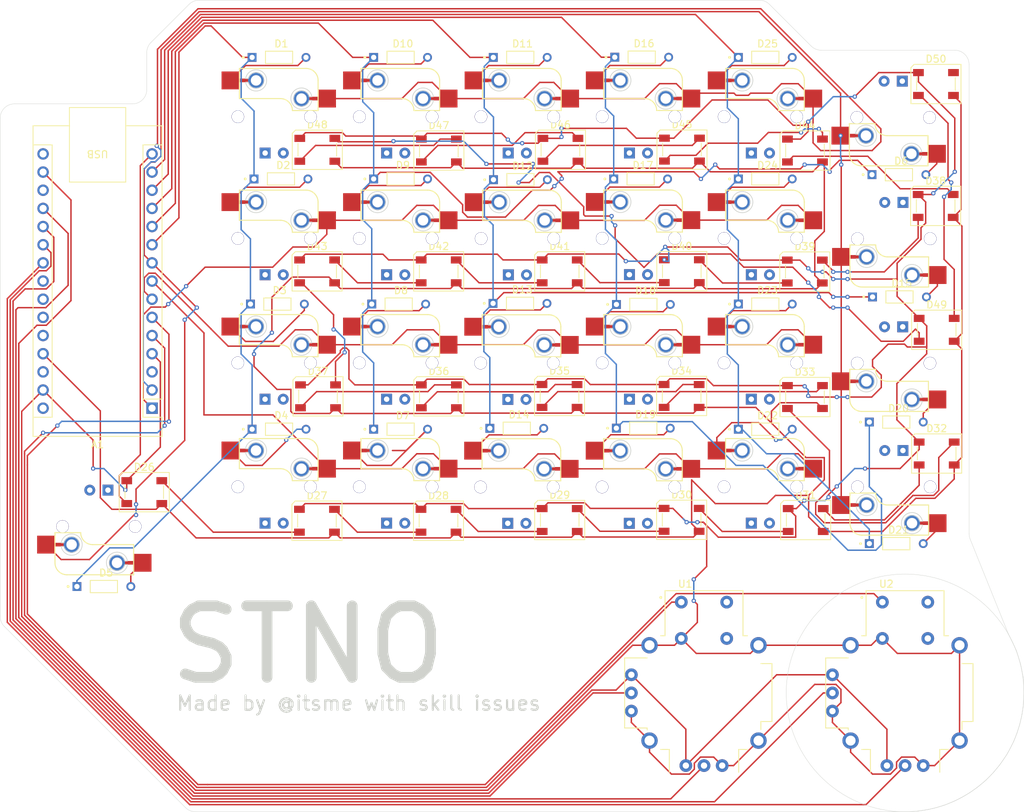
<source format=kicad_pcb>
(kicad_pcb (version 20241229) (generator "pcbnew") (generator_version "9.0")
  (layers (0 "F.Cu" signal) (2 "B.Cu" signal) (13 "F.Paste" user) (15 "B.Paste" user) (5 "F.SilkS" user "F.Silkscreen") (7 "B.SilkS" user "B.Silkscreen") (1 "F.Mask" user) (3 "B.Mask" user) (25 "Edge.Cuts" user))
  (net 0 "")
  (net 1 "Column 4")
  (net 3 "Column 2")
  (net 4 "Column 3")
  (net 5 "+3V3")
  (net 6 "Row 2")
  (net 7 "Column 1")
  (net 9 "+5V")
  (net 10 "ARGB")
  (net 11 "Row 4")
  (net 12 "GND")
  (net 13 "V2")
  (net 14 "Row 1")
  (net 15 "Row 5")
  (net 16 "SEL1")
  (net 19 "SEL2")
  (net 20 "H2")
  (net 24 "H1")
  (net 25 "Column 5")
  (net 28 "Row 3")
  (net 29 "V1")
  (net 30 "Net-(D26-DOUT)")
  (net 31 "Net-(D27-DOUT)")
  (net 32 "Net-(D28-DOUT)")
  (net 33 "Net-(D29-DOUT)")
  (net 34 "Net-(D30-DOUT)")
  (net 35 "Net-(D31-DOUT)")
  (net 36 "Net-(D32-DOUT)")
  (net 37 "Net-(D33-DOUT)")
  (net 38 "Net-(D34-DOUT)")
  (net 39 "Net-(D35-DOUT)")
  (net 40 "Net-(D36-DOUT)")
  (net 41 "Net-(D37-DOUT)")
  (net 42 "Net-(D38-DOUT)")
  (net 43 "Net-(D38-DIN)")
  (net 44 "Net-(D39-DIN)")
  (net 45 "Net-(D40-DIN)")
  (net 46 "Net-(D41-DIN)")
  (net 47 "Net-(D42-DIN)")
  (net 48 "Net-(D44-DOUT)")
  (net 49 "Net-(D45-DOUT)")
  (net 50 "Net-(D46-DOUT)")
  (net 51 "Net-(D47-DOUT)")
  (net 52 "Net-(D48-DOUT)")
  (net 53 "Net-(D49-DOUT)")
  (net 55 "Net-(D1-PadA)")
  (net 56 "Net-(D2-PadA)")
  (net 57 "Net-(D3-PadA)")
  (net 58 "Net-(D4-PadA)")
  (net 59 "Net-(D5-PadA)")
  (net 60 "Net-(D10-PadA)")
  (net 61 "Net-(D9-PadA)")
  (net 62 "Net-(D8-PadA)")
  (net 63 "Net-(D7-PadA)")
  (net 64 "Net-(D6-PadA)")
  (net 65 "Net-(D11-PadA)")
  (net 66 "Net-(D16-PadA)")
  (net 67 "Net-(D12-PadA)")
  (net 68 "Net-(D17-PadA)")
  (net 69 "Net-(D13-PadA)")
  (net 70 "Net-(D18-PadA)")
  (net 71 "Net-(D14-PadA)")
  (net 72 "Net-(D19-PadA)")
  (net 73 "Net-(D15-PadA)")
  (net 74 "Net-(D20-PadA)")
  (net 75 "Net-(D25-PadA)")
  (net 76 "Net-(D24-PadA)")
  (net 77 "Net-(D23-PadA)")
  (net 78 "Net-(D22-PadA)")
  (net 79 "Net-(D21-PadA)")
  (footprint "keebio:Kailh_MX_Socket-compat" (layer "F.Cu") (at 144.77 46.295)
    (property "Reference" "SW13" (hide yes))
    (property "Value" "SW_Push" (hide yes))
    (fp_line (start -3.619499 -5.334) (end -4.000499 -5.334001) (stroke (width 0.1)) (layer "Edge.Cuts"))
    (fp_line (start -3.619499 -4.826001) (end -4.000499 -4.826001) (stroke (width 0.1)) (layer "Edge.Cuts"))
    (fp_line (start 4.889499 -2.793999) (end 5.270499 -2.793999) (stroke (width 0.1)) (layer "Edge.Cuts"))
    (fp_line (start 4.889499 -2.286) (end 5.270499 -2.285999) (stroke (width 0.1)) (layer "Edge.Cuts"))
    (fp_arc (start -4.000639 -5.333195) (mid -1.057578 -5.080408) (end -4.000499 -4.826001) (stroke (width 0.1)) (layer "Edge.Cuts"))
    (fp_arc (start -3.619415 -5.334358) (mid -1.431021 -5.079816) (end -3.619499 -4.826001) (stroke (width 0.1)) (layer "Edge.Cuts"))
    (fp_arc (start 4.889415 -2.285642) (mid 2.701021 -2.540184) (end 4.889499 -2.793999) (stroke (width 0.1)) (layer "Edge.Cuts"))
    (fp_arc (start 5.270639 -2.286805) (mid 2.327578 -2.539592) (end 5.270499 -2.793999) (stroke (width 0.1)) (layer "Edge.Cuts"))
  )
  (footprint "LED_SMD:LED_SK6812_PLCC4_5.0x5.0mm_P3.2mm" (layer "F.Cu") (at 133.75 67.925)
    (property "Reference" "D41")
    (property "Value" "SK6812")
  )
  (footprint "keebio:Kailh_MX_Socket-compat" (layer "F.Cu") (at 110.815 80.724)
    (property "Reference" "SW9" (hide yes))
    (property "Value" "SW_Push" (hide yes))
    (fp_line (start -3.619499 -5.334) (end -4.000499 -5.334001) (stroke (width 0.1)) (layer "Edge.Cuts"))
    (fp_line (start -3.619499 -4.826001) (end -4.000499 -4.826001) (stroke (width 0.1)) (layer "Edge.Cuts"))
    (fp_line (start 4.889499 -2.793999) (end 5.270499 -2.793999) (stroke (width 0.1)) (layer "Edge.Cuts"))
    (fp_line (start 4.889499 -2.286) (end 5.270499 -2.285999) (stroke (width 0.1)) (layer "Edge.Cuts"))
    (fp_arc (start -4.000639 -5.333195) (mid -1.057578 -5.080408) (end -4.000499 -4.826001) (stroke (width 0.1)) (layer "Edge.Cuts"))
    (fp_arc (start -3.619415 -5.334358) (mid -1.431021 -5.079816) (end -3.619499 -4.826001) (stroke (width 0.1)) (layer "Edge.Cuts"))
    (fp_arc (start 4.889415 -2.285642) (mid 2.701021 -2.540184) (end 4.889499 -2.793999) (stroke (width 0.1)) (layer "Edge.Cuts"))
    (fp_arc (start 5.270639 -2.286805) (mid 2.327578 -2.539592) (end 5.270499 -2.793999) (stroke (width 0.1)) (layer "Edge.Cuts"))
  )
  (footprint "stno:DIOAD753W49L380D172B" (layer "F.Cu") (at 70 112)
    (property "Reference" "D5")
    (property "Value" "1N4148" (hide yes))
  )
  (footprint "stno:DIOAD753W49L380D172B" (layer "F.Cu") (at 94.2685 72.5)
    (property "Reference" "D3")
    (property "Value" "1N4148")
  )
  (footprint "keebio:Kailh_MX_Socket-compat" (layer "F.Cu") (at 161.815 80.724)
    (property "Reference" "SW24" (hide yes))
    (property "Value" "SW_Push" (hide yes))
    (fp_line (start -3.619499 -5.334) (end -4.000499 -5.334001) (stroke (width 0.1)) (layer "Edge.Cuts"))
    (fp_line (start -3.619499 -4.826001) (end -4.000499 -4.826001) (stroke (width 0.1)) (layer "Edge.Cuts"))
    (fp_line (start 4.889499 -2.793999) (end 5.270499 -2.793999) (stroke (width 0.1)) (layer "Edge.Cuts"))
    (fp_line (start 4.889499 -2.286) (end 5.270499 -2.285999) (stroke (width 0.1)) (layer "Edge.Cuts"))
    (fp_arc (start -4.000639 -5.333195) (mid -1.057578 -5.080408) (end -4.000499 -4.826001) (stroke (width 0.1)) (layer "Edge.Cuts"))
    (fp_arc (start -3.619415 -5.334358) (mid -1.431021 -5.079816) (end -3.619499 -4.826001) (stroke (width 0.1)) (layer "Edge.Cuts"))
    (fp_arc (start 4.889415 -2.285642) (mid 2.701021 -2.540184) (end 4.889499 -2.793999) (stroke (width 0.1)) (layer "Edge.Cuts"))
    (fp_arc (start 5.270639 -2.286805) (mid 2.327578 -2.539592) (end 5.270499 -2.793999) (stroke (width 0.1)) (layer "Edge.Cuts"))
  )
  (footprint "stno:DIOAD753W49L380D172B" (layer "F.Cu") (at 94.5 38)
    (property "Reference" "D1")
    (property "Value" "1N4148")
  )
  (footprint "stno:DIOAD753W49L380D172B" (layer "F.Cu") (at 94.7685 55)
    (property "Reference" "D2")
    (property "Value" "1N4148")
  )
  (footprint "stno:DIOAD753W49L380D172B" (layer "F.Cu") (at 145.45 72.55)
    (property "Reference" "D18")
    (property "Value" "1N4148")
  )
  (footprint "stno:DIOAD753W49L380D172B" (layer "F.Cu") (at 127.745 89.874)
    (property "Reference" "D14")
    (property "Value" "1N4148")
  )
  (footprint "LED_SMD:LED_SK6812_PLCC4_5.0x5.0mm_P3.2mm" (layer "F.Cu") (at 168.05 85.5)
    (property "Reference" "D33")
    (property "Value" "SK6812")
  )
  (footprint "LED_SMD:LED_SK6812_PLCC4_5.0x5.0mm_P3.2mm" (layer "F.Cu") (at 168.15 102.7)
    (property "Reference" "D31")
    (property "Value" "SK6812")
  )
  (footprint "stno:XDCR_COM-09032" (layer "F.Cu") (at 153.9304 126.8813)
    (property "Reference" "U1")
    (property "Value" "COM-09032")
  )
  (footprint "Module:Arduino_Nano" (layer "F.Cu") (at 76.74 87.06 180)
    (property "Reference" "A1")
    (property "Value" "Arduino_Nano_ESP32")
  )
  (footprint "LED_SMD:LED_SK6812_PLCC4_5.0x5.0mm_P3.2mm" (layer "F.Cu") (at 133.725 85.35)
    (property "Reference" "D35")
    (property "Value" "SK6812")
  )
  (footprint "stno:DIOAD753W49L380D172B" (layer "F.Cu") (at 94.5 90)
    (property "Reference" "D4")
    (property "Value" "1N4148")
  )
  (footprint "keebio:Kailh_MX_Socket-compat" (layer "F.Cu") (at 110.82 46.3)
    (property "Reference" "SW7" (hide yes))
    (property "Value" "SW_Push" (hide yes))
    (fp_line (start -3.619499 -5.334) (end -4.000499 -5.334001) (stroke (width 0.1)) (layer "Edge.Cuts"))
    (fp_line (start -3.619499 -4.826001) (end -4.000499 -4.826001) (stroke (width 0.1)) (layer "Edge.Cuts"))
    (fp_line (start 4.889499 -2.793999) (end 5.270499 -2.793999) (stroke (width 0.1)) (layer "Edge.Cuts"))
    (fp_line (start 4.889499 -2.286) (end 5.270499 -2.285999) (stroke (width 0.1)) (layer "Edge.Cuts"))
    (fp_arc (start -4.000639 -5.333195) (mid -1.057578 -5.080408) (end -4.000499 -4.826001) (stroke (width 0.1)) (layer "Edge.Cuts"))
    (fp_arc (start -3.619415 -5.334358) (mid -1.431021 -5.079816) (end -3.619499 -4.826001) (stroke (width 0.1)) (layer "Edge.Cuts"))
    (fp_arc (start 4.889415 -2.285642) (mid 2.701021 -2.540184) (end 4.889499 -2.793999) (stroke (width 0.1)) (layer "Edge.Cuts"))
    (fp_arc (start 5.270639 -2.286805) (mid 2.327578 -2.539592) (end 5.270499 -2.793999) (stroke (width 0.1)) (layer "Edge.Cuts"))
  )
  (footprint "stno:DIOAD753W49L380D172B" (layer "F.Cu") (at 111.2315 72.5)
    (property "Reference" "D8")
    (property "Value" "1N4148")
  )
  (footprint "stno:DIOAD753W49L380D172B" (layer "F.Cu") (at 128.2 72.4)
    (property "Reference" "D13")
    (property "Value" "1N4148")
  )
  (footprint "LED_SMD:LED_SK6812_PLCC4_5.0x5.0mm_P3.2mm" (layer "F.Cu") (at 150.8 85.35)
    (property "Reference" "D34")
    (property "Value" "SK6812")
  )
  (footprint "keebio:Kailh_MX_Socket-compat" (layer "F.Cu") (at 144.7545 98.08)
    (property "Reference" "SW19" (hide yes))
    (property "Value" "SW_Push" (hide yes))
    (fp_line (start -3.619499 -5.334) (end -4.000499 -5.334001) (stroke (width 0.1)) (layer "Edge.Cuts"))
    (fp_line (start -3.619499 -4.826001) (end -4.000499 -4.826001) (stroke (width 0.1)) (layer "Edge.Cuts"))
    (fp_line (start 4.889499 -2.793999) (end 5.270499 -2.793999) (stroke (width 0.1)) (layer "Edge.Cuts"))
    (fp_line (start 4.889499 -2.286) (end 5.270499 -2.285999) (stroke (width 0.1)) (layer "Edge.Cuts"))
    (fp_arc (start -4.000639 -5.333195) (mid -1.057578 -5.080408) (end -4.000499 -4.826001) (stroke (width 0.1)) (layer "Edge.Cuts"))
    (fp_arc (start -3.619415 -5.334358) (mid -1.431021 -5.079816) (end -3.619499 -4.826001) (stroke (width 0.1)) (layer "Edge.Cuts"))
    (fp_arc (start 4.889415 -2.285642) (mid 2.701021 -2.540184) (end 4.889499 -2.793999) (stroke (width 0.1)) (layer "Edge.Cuts"))
    (fp_arc (start 5.270639 -2.286805) (mid 2.327578 -2.539592) (end 5.270499 -2.793999) (stroke (width 0.1)) (layer "Edge.Cuts"))
  )
  (footprint "LED_SMD:LED_SK6812_PLCC4_5.0x5.0mm_P3.2mm" (layer "F.Cu") (at 133.85 50.925)
    (property "Reference" "D46")
    (property "Value" "SK6812")
  )
  (footprint "keebio:Kailh_MX_Socket-compat" (layer "F.Cu") (at 93.82 63.32)
    (property "Reference" "SW3" (hide yes))
    (property "Value" "SW_Push" (hide yes))
    (fp_line (start -3.619499 -5.334) (end -4.000499 -5.334001) (stroke (width 0.1)) (layer "Edge.Cuts"))
    (fp_line (start -3.619499 -4.826001) (end -4.000499 -4.826001) (stroke (width 0.1)) (layer "Edge.Cuts"))
    (fp_line (start 4.889499 -2.793999) (end 5.270499 -2.793999) (stroke (width 0.1)) (layer "Edge.Cuts"))
    (fp_line (start 4.889499 -2.286) (end 5.270499 -2.285999) (stroke (width 0.1)) (layer "Edge.Cuts"))
    (fp_arc (start -4.000639 -5.333195) (mid -1.057578 -5.080408) (end -4.000499 -4.826001) (stroke (width 0.1)) (layer "Edge.Cuts"))
    (fp_arc (start -3.619415 -5.334358) (mid -1.431021 -5.079816) (end -3.619499 -4.826001) (stroke (width 0.1)) (layer "Edge.Cuts"))
    (fp_arc (start 4.889415 -2.285642) (mid 2.701021 -2.540184) (end 4.889499 -2.793999) (stroke (width 0.1)) (layer "Edge.Cuts"))
    (fp_arc (start 5.270639 -2.286805) (mid 2.327578 -2.539592) (end 5.270499 -2.793999) (stroke (width 0.1)) (layer "Edge.Cuts"))
  )
  (footprint "LED_SMD:LED_SK6812_PLCC4_5.0x5.0mm_P3.2mm" (layer "F.Cu") (at 99.95 85.4)
    (property "Reference" "D37")
    (property "Value" "SK6812")
  )
  (footprint "LED_SMD:LED_SK6812_PLCC4_5.0x5.0mm_P3.2mm" (layer "F.Cu") (at 150.825 67.9)
    (property "Reference" "D40")
    (property "Value" "SK6812")
  )
  (footprint "keebio:Kailh_MX_Socket-compat" (layer "F.Cu") (at 180.3885 46.405 180)
    (property "Reference" "SW11" (hide yes))
    (property "Value" "SW_Push" (hide yes))
    (fp_line (start 4.889499 -2.286) (end 5.270499 -2.285999) (stroke (width 0.1)) (layer "Edge.Cuts"))
    (fp_line (start 4.889499 -2.793999) (end 5.270499 -2.793999) (stroke (width 0.1)) (layer "Edge.Cuts"))
    (fp_line (start -3.619499 -4.826001) (end -4.000499 -4.826001) (stroke (width 0.1)) (layer "Edge.Cuts"))
    (fp_line (start -3.619499 -5.334) (end -4.000499 -5.334001) (stroke (width 0.1)) (layer "Edge.Cuts"))
    (fp_arc (start 5.270639 -2.286805) (mid 2.327578 -2.539592) (end 5.270499 -2.793999) (stroke (width 0.1)) (layer "Edge.Cuts"))
    (fp_arc (start 4.889415 -2.285642) (mid 2.701021 -2.540184) (end 4.889499 -2.793999) (stroke (width 0.1)) (layer "Edge.Cuts"))
    (fp_arc (start -3.619415 -5.334358) (mid -1.431021 -5.079816) (end -3.619499 -4.826001) (stroke (width 0.1)) (layer "Edge.Cuts"))
    (fp_arc (start -4.000639 -5.333195) (mid -1.057578 -5.080408) (end -4.000499 -4.826001) (stroke (width 0.1)) (layer "Edge.Cuts"))
  )
  (footprint "stno:DIOAD753W49L380D172B" (layer "F.Cu") (at 111.5 38)
    (property "Reference" "D10")
    (property "Value" "1N4148")
  )
  (footprint "keebio:Kailh_MX_Socket-compat" (layer "F.Cu") (at 144.77 80.725)
    (property "Reference" "SW17" (hide yes))
    (property "Value" "SW_Push" (hide yes))
    (fp_line (start -3.619499 -5.334) (end -4.000499 -5.334001) (stroke (width 0.1)) (layer "Edge.Cuts"))
    (fp_line (start -3.619499 -4.826001) (end -4.000499 -4.826001) (stroke (width 0.1)) (layer "Edge.Cuts"))
    (fp_line (start 4.889499 -2.793999) (end 5.270499 -2.793999) (stroke (width 0.1)) (layer "Edge.Cuts"))
    (fp_line (start 4.889499 -2.286) (end 5.270499 -2.285999) (stroke (width 0.1)) (layer "Edge.Cuts"))
    (fp_arc (start -4.000639 -5.333195) (mid -1.057578 -5.080408) (end -4.000499 -4.826001) (stroke (width 0.1)) (layer "Edge.Cuts"))
    (fp_arc (start -3.619415 -5.334358) (mid -1.431021 -5.079816) (end -3.619499 -4.826001) (stroke (width 0.1)) (layer "Edge.Cuts"))
    (fp_arc (start 4.889415 -2.285642) (mid 2.701021 -2.540184) (end 4.889499 -2.793999) (stroke (width 0.1)) (layer "Edge.Cuts"))
    (fp_arc (start 5.270639 -2.286805) (mid 2.327578 -2.539592) (end 5.270499 -2.793999) (stroke (width 0.1)) (layer "Edge.Cuts"))
  )
  (footprint "keebio:Kailh_MX_Socket-compat" (layer "F.Cu") (at 180.4785 98.06 180)
    (property "Reference" "SW26" (hide yes))
    (property "Value" "SW_Push" (hide yes))
    (fp_line (start 4.889499 -2.286) (end 5.270499 -2.285999) (stroke (width 0.1)) (layer "Edge.Cuts"))
    (fp_line (start 4.889499 -2.793999) (end 5.270499 -2.793999) (stroke (width 0.1)) (layer "Edge.Cuts"))
    (fp_line (start -3.619499 -4.826001) (end -4.000499 -4.826001) (stroke (width 0.1)) (layer "Edge.Cuts"))
    (fp_line (start -3.619499 -5.334) (end -4.000499 -5.334001) (stroke (width 0.1)) (layer "Edge.Cuts"))
    (fp_arc (start 5.270639 -2.286805) (mid 2.327578 -2.539592) (end 5.270499 -2.793999) (stroke (width 0.1)) (layer "Edge.Cuts"))
    (fp_arc (start 4.889415 -2.285642) (mid 2.701021 -2.540184) (end 4.889499 -2.793999) (stroke (width 0.1)) (layer "Edge.Cuts"))
    (fp_arc (start -3.619415 -5.334358) (mid -1.431021 -5.079816) (end -3.619499 -4.826001) (stroke (width 0.1)) (layer "Edge.Cuts"))
    (fp_arc (start -4.000639 -5.333195) (mid -1.057578 -5.080408) (end -4.000499 -4.826001) (stroke (width 0.1)) (layer "Edge.Cuts"))
  )
  (footprint "LED_SMD:LED_SK6812_PLCC4_5.0x5.0mm_P3.2mm" (layer "F.Cu") (at 186.3685 41.725)
    (property "Reference" "D50")
    (property "Value" "SK6812")
  )
  (footprint "keebio:Kailh_MX_Socket-compat" (layer "F.Cu") (at 93.825 46.3)
    (property "Reference" "SW2" (hide yes))
    (property "Value" "SW_Push" (hide yes))
    (fp_line (start -3.619499 -5.334) (end -4.000499 -5.334001) (stroke (width 0.1)) (layer "Edge.Cuts"))
    (fp_line (start -3.619499 -4.826001) (end -4.000499 -4.826001) (stroke (width 0.1)) (layer "Edge.Cuts"))
    (fp_line (start 4.889499 -2.793999) (end 5.270499 -2.793999) (stroke (width 0.1)) (layer "Edge.Cuts"))
    (fp_line (start 4.889499 -2.286) (end 5.270499 -2.285999) (stroke (width 0.1)) (layer "Edge.Cuts"))
    (fp_arc (start -4.000639 -5.333195) (mid -1.057578 -5.080408) (end -4.000499 -4.826001) (stroke (width 0.1)) (layer "Edge.Cuts"))
    (fp_arc (start -3.619415 -5.334358) (mid -1.431021 -5.079816) (end -3.619499 -4.826001) (stroke (width 0.1)) (layer "Edge.Cuts"))
    (fp_arc (start 4.889415 -2.285642) (mid 2.701021 -2.540184) (end 4.889499 -2.793999) (stroke (width 0.1)) (layer "Edge.Cuts"))
    (fp_arc (start 5.270639 -2.286805) (mid 2.327578 -2.539592) (end 5.270499 -2.793999) (stroke (width 0.1)) (layer "Edge.Cuts"))
  )
  (footprint "stno:DIOAD753W49L380D172B" (layer "F.Cu") (at 162.5 72.5)
    (property "Reference" "D23")
    (property "Value" "1N4148")
  )
  (footprint "LED_SMD:LED_SK6812_PLCC4_5.0x5.0mm_P3.2mm" (layer "F.Cu") (at 186.325 58.775)
    (property "Reference" "D38")
    (property "Value" "SK6812")
  )
  (footprint "keebio:Kailh_MX_Socket-compat" (layer "F.Cu") (at 127.82 46.3)
    (property "Reference" "SW12" (hide yes))
    (property "Value" "SW_Push" (hide yes))
    (fp_line (start -3.619499 -5.334) (end -4.000499 -5.334001) (stroke (width 0.1)) (layer "Edge.Cuts"))
    (fp_line (start -3.619499 -4.826001) (end -4.000499 -4.826001) (stroke (width 0.1)) (layer "Edge.Cuts"))
    (fp_line (start 4.889499 -2.793999) (end 5.270499 -2.793999) (stroke (width 0.1)) (layer "Edge.Cuts"))
    (fp_line (start 4.889499 -2.286) (end 5.270499 -2.285999) (stroke (width 0.1)) (layer "Edge.Cuts"))
    (fp_arc (start -4.000639 -5.333195) (mid -1.057578 -5.080408) (end -4.000499 -4.826001) (stroke (width 0.1)) (layer "Edge.Cuts"))
    (fp_arc (start -3.619415 -5.334358) (mid -1.431021 -5.079816) (end -3.619499 -4.826001) (stroke (width 0.1)) (layer "Edge.Cuts"))
    (fp_arc (start 4.889415 -2.285642) (mid 2.701021 -2.540184) (end 4.889499 -2.793999) (stroke (width 0.1)) (layer "Edge.Cuts"))
    (fp_arc (start 5.270639 -2.286805) (mid 2.327578 -2.539592) (end 5.270499 -2.793999) (stroke (width 0.1)) (layer "Edge.Cuts"))
  )
  (footprint "LED_SMD:LED_SK6812_PLCC4_5.0x5.0mm_P3.2mm" (layer "F.Cu") (at 116.85 51.025)
    (property "Reference" "D47")
    (property "Value" "SK6812")
  )
  (footprint "stno:DIOAD753W49L380D172B" (layer "F.Cu") (at 145.4395 89.856)
    (property "Reference" "D19")
    (property "Value" "1N4148")
  )
  (footprint "LED_SMD:LED_SK6812_PLCC4_5.0x5.0mm_P3.2mm" (layer "F.Cu") (at 150.85 50.9)
    (property "Reference" "D45")
    (property "Value" "SK6812")
  )
  (footprint "keebio:Kailh_MX_Socket-compat" (layer "F.Cu") (at 127.84 63.33)
    (property "Reference" "SW14" (hide yes))
    (property "Value" "SW_Push" (hide yes))
    (fp_line (start -3.619499 -5.334) (end -4.000499 -5.334001) (stroke (width 0.1)) (layer "Edge.Cuts"))
    (fp_line (start -3.619499 -4.826001) (end -4.000499 -4.826001) (stroke (width 0.1)) (layer "Edge.Cuts"))
    (fp_line (start 4.889499 -2.793999) (end 5.270499 -2.793999) (stroke (width 0.1)) (layer "Edge.Cuts"))
    (fp_line (start 4.889499 -2.286) (end 5.270499 -2.285999) (stroke (width 0.1)) (layer "Edge.Cuts"))
    (fp_arc (start -4.000639 -5.333195) (mid -1.057578 -5.080408) (end -4.000499 -4.826001) (stroke (width 0.1)) (layer "Edge.Cuts"))
    (fp_arc (start -3.619415 -5.334358) (mid -1.431021 -5.079816) (end -3.619499 -4.826001) (stroke (width 0.1)) (layer "Edge.Cuts"))
    (fp_arc (start 4.889415 -2.285642) (mid 2.701021 -2.540184) (end 4.889499 -2.793999) (stroke (width 0.1)) (layer "Edge.Cuts"))
    (fp_arc (start 5.270639 -2.286805) (mid 2.327578 -2.539592) (end 5.270499 -2.793999) (stroke (width 0.1)) (layer "Edge.Cuts"))
  )
  (footprint "stno:DIOAD753W49L380D172B" (layer "F.Cu") (at 180.8185 89)
    (property "Reference" "D20")
    (property "Value" "1N4148")
  )
  (footprint "stno:DIOAD753W49L380D172B" (layer "F.Cu") (at 180.8185 106)
    (property "Reference" "D21")
    (property "Value" "1N4148")
  )
  (footprint "LED_SMD:LED_SK6812_PLCC4_5.0x5.0mm_P3.2mm" (layer "F.Cu") (at 133.75 102.7)
    (property "Reference" "D29")
    (property "Value" "SK6812")
  )
  (footprint "keebio:Kailh_MX_Socket-compat" (layer "F.Cu") (at 93.815 98.058)
    (property "Reference" "SW5" (hide yes))
    (property "Value" "SW_Push" (hide yes))
    (fp_line (start -3.619499 -5.334) (end -4.000499 -5.334001) (stroke (width 0.1)) (layer "Edge.Cuts"))
    (fp_line (start -3.619499 -4.826001) (end -4.000499 -4.826001) (stroke (width 0.1)) (layer "Edge.Cuts"))
    (fp_line (start 4.889499 -2.793999) (end 5.270499 -2.793999) (stroke (width 0.1)) (layer "Edge.Cuts"))
    (fp_line (start 4.889499 -2.286) (end 5.270499 -2.285999) (stroke (width 0.1)) (layer "Edge.Cuts"))
    (fp_arc (start -4.000639 -5.333195) (mid -1.057578 -5.080408) (end -4.000499 -4.826001) (stroke (width 0.1)) (layer "Edge.Cuts"))
    (fp_arc (start -3.619415 -5.334358) (mid -1.431021 -5.079816) (end -3.619499 -4.826001) (stroke (width 0.1)) (layer "Edge.Cuts"))
    (fp_arc (start 4.889415 -2.285642) (mid 2.701021 -2.540184) (end 4.889499 -2.793999) (stroke (width 0.1)) (layer "Edge.Cuts"))
    (fp_arc (start 5.270639 -2.286805) (mid 2.327578 -2.539592) (end 5.270499 -2.793999) (stroke (width 0.1)) (layer "Edge.Cuts"))
  )
  (footprint "stno:DIOAD753W49L380D172B" (layer "F.Cu") (at 162.5 55)
    (property "Reference" "D24")
    (property "Value" "1N4148")
  )
  (footprint "keebio:Kailh_MX_Socket-compat" (layer "F.Cu") (at 69.3 103.6 180)
    (property "Reference" "SW6" (hide yes))
    (property "Value" "SW_Push" (hide yes))
    (fp_line (start 4.889499 -2.286) (end 5.270499 -2.285999) (stroke (width 0.1)) (layer "Edge.Cuts"))
    (fp_line (start 4.889499 -2.793999) (end 5.270499 -2.793999) (stroke (width 0.1)) (layer "Edge.Cuts"))
    (fp_line (start -3.619499 -4.826001) (end -4.000499 -4.826001) (stroke (width 0.1)) (layer "Edge.Cuts"))
    (fp_line (start -3.619499 -5.334) (end -4.000499 -5.334001) (stroke (width 0.1)) (layer "Edge.Cuts"))
    (fp_arc (start 5.270639 -2.286805) (mid 2.327578 -2.539592) (end 5.270499 -2.793999) (stroke (width 0.1)) (layer "Edge.Cuts"))
    (fp_arc (start 4.889415 -2.285642) (mid 2.701021 -2.540184) (end 4.889499 -2.793999) (stroke (width 0.1)) (layer "Edge.Cuts"))
    (fp_arc (start -3.619415 -5.334358) (mid -1.431021 -5.079816) (end -3.619499 -4.826001) (stroke (width 0.1)) (layer "Edge.Cuts"))
    (fp_arc (start -4.000639 -5.333195) (mid -1.057578 -5.080408) (end -4.000499 -4.826001) (stroke (width 0.1)) (layer "Edge.Cuts"))
  )
  (footprint "LED_SMD:LED_SK6812_PLCC4_5.0x5.0mm_P3.2mm" (layer "F.Cu") (at 186.4685 93.4)
    (property "Reference" "D32")
    (property "Value" "SK6812")
  )
  (footprint "LED_SMD:LED_SK6812_PLCC4_5.0x5.0mm_P3.2mm" (layer "F.Cu") (at 75.65 98.8)
    (property "Reference" "D26")
    (property "Value" "SK6812")
  )
  (footprint "LED_SMD:LED_SK6812_PLCC4_5.0x5.0mm_P3.2mm" (layer "F.Cu") (at 168.025 67.95)
    (property "Reference" "D39")
    (property "Value" "SK6812")
  )
  (footprint "LED_SMD:LED_SK6812_PLCC4_5.0x5.0mm_P3.2mm" (layer "F.Cu") (at 116.8 102.8)
    (property "Reference" "D28")
    (property "Value" "SK6812")
  )
  (footprint "LED_SMD:LED_SK6812_PLCC4_5.0x5.0mm_P3.2mm" (layer "F.Cu") (at 116.825 67.925)
    (property "Reference" "D42")
    (property "Value" "SK6812")
  )
  (footprint "LED_SMD:LED_SK6812_PLCC4_5.0x5.0mm_P3.2mm" (layer "F.Cu") (at 168.05 51.025)
    (property "Reference" "D44")
    (property "Value" "SK6812")
  )
  (footprint "stno:XDCR_COM-09032" (layer "F.Cu") (at 182.05 126.8813)
    (property "Reference" "U2")
    (property "Value" "COM-09032")
  )
  (footprint "keebio:Kailh_MX_Socket-compat" (layer "F.Cu") (at 161.82 46.3)
    (property "Reference" "SW22" (hide yes))
    (property "Value" "SW_Push" (hide yes))
    (fp_line (start -3.619499 -5.334) (end -4.000499 -5.334001) (stroke (width 0.1)) (layer "Edge.Cuts"))
    (fp_line (start -3.619499 -4.826001) (end -4.000499 -4.826001) (stroke (width 0.1)) (layer "Edge.Cuts"))
    (fp_line (start 4.889499 -2.793999) (end 5.270499 -2.793999) (stroke (width 0.1)) (layer "Edge.Cuts"))
    (fp_line (start 4.889499 -2.286) (end 5.270499 -2.285999) (stroke (width 0.1)) (layer "Edge.Cuts"))
    (fp_arc (start -4.000639 -5.333195) (mid -1.057578 -5.080408) (end -4.000499 -4.826001) (stroke (width 0.1)) (layer "Edge.Cuts"))
    (fp_arc (start -3.619415 -5.334358) (mid -1.431021 -5.079816) (end -3.619499 -4.826001) (stroke (width 0.1)) (layer "Edge.Cuts"))
    (fp_arc (start 4.889415 -2.285642) (mid 2.701021 -2.540184) (end 4.889499 -2.793999) (stroke (width 0.1)) (layer "Edge.Cuts"))
    (fp_arc (start 5.270639 -2.286805) (mid 2.327578 -2.539592) (end 5.270499 -2.793999) (stroke (width 0.1)) (layer "Edge.Cuts"))
  )
  (footprint "keebio:Kailh_MX_Socket-compat" (layer "F.Cu") (at 93.815 80.724)
    (property "Reference" "SW4" (hide yes))
    (property "Value" "SW_Push" (hide yes))
    (fp_line (start -3.619499 -5.334) (end -4.000499 -5.334001) (stroke (width 0.1)) (layer "Edge.Cuts"))
    (fp_line (start -3.619499 -4.826001) (end -4.000499 -4.826001) (stroke (width 0.1)) (layer "Edge.Cuts"))
    (fp_line (start 4.889499 -2.793999) (end 5.270499 -2.793999) (stroke (width 0.1)) (layer "Edge.Cuts"))
    (fp_line (start 4.889499 -2.286) (end 5.270499 -2.285999) (stroke (width 0.1)) (layer "Edge.Cuts"))
    (fp_arc (start -4.000639 -5.333195) (mid -1.057578 -5.080408) (end -4.000499 -4.826001) (stroke (width 0.1)) (layer "Edge.Cuts"))
    (fp_arc (start -3.619415 -5.334358) (mid -1.431021 -5.079816) (end -3.619499 -4.826001) (stroke (width 0.1)) (layer "Edge.Cuts"))
    (fp_arc (start 4.889415 -2.285642) (mid 2.701021 -2.540184) (end 4.889499 -2.793999) (stroke (width 0.1)) (layer "Edge.Cuts"))
    (fp_arc (start 5.270639 -2.286805) (mid 2.327578 -2.539592) (end 5.270499 -2.793999) (stroke (width 0.1)) (layer "Edge.Cuts"))
  )
  (footprint "stno:DIOAD753W49L380D172B" (layer "F.Cu") (at 128.2315 38)
    (property "Reference" "D11")
    (property "Value" "1N4148")
  )
  (footprint "LED_SMD:LED_SK6812_PLCC4_5.0x5.0mm_P3.2mm" (layer "F.Cu") (at 99.825 67.925)
    (property "Reference" "D43")
    (property "Value" "SK6812")
  )
  (footprint "stno:DIOAD753W49L380D172B" (layer "F.Cu") (at 181.2685 71.5)
    (property "Reference" "D15")
    (property "Value" "1N4148")
  )
  (footprint "LED_SMD:LED_SK6812_PLCC4_5.0x5.0mm_P3.2mm" (layer "F.Cu") (at 150.8 102.675)
    (property "Reference" "D30")
    (property "Value" "SK6812")
  )
  (footprint "keebio:Kailh_MX_Socket-compat" (layer "F.Cu") (at 161.815 98.058)
    (property "Reference" "SW25" (hide yes))
    (property "Value" "SW_Push" (hide yes))
    (fp_line (start -3.619499 -5.334) (end -4.000499 -5.334001) (stroke (width 0.1)) (layer "Edge.Cuts"))
    (fp_line (start -3.619499 -4.826001) (end -4.000499 -4.826001) (stroke (width 0.1)) (layer "Edge.Cuts"))
    (fp_line (start 4.889499 -2.793999) (end 5.270499 -2.793999) (stroke (width 0.1)) (layer "Edge.Cuts"))
    (fp_line (start 4.889499 -2.286) (end 5.270499 -2.285999) (stroke (width 0.1)) (layer "Edge.Cuts"))
    (fp_arc (start -4.000639 -5.333195) (mid -1.057578 -5.080408) (end -4.000499 -4.826001) (stroke (width 0.1)) (layer "Edge.Cuts"))
    (fp_arc (start -3.619415 -5.334358) (mid -1.431021 -5.079816) (end -3.619499 -4.826001) (stroke (width 0.1)) (layer "Edge.Cuts"))
    (fp_arc (start 4.889415 -2.285642) (mid 2.701021 -2.540184) (end 4.889499 -2.793999) (stroke (width 0.1)) (layer "Edge.Cuts"))
    (fp_arc (start 5.270639 -2.286805) (mid 2.327578 -2.539592) (end 5.270499 -2.793999) (stroke (width 0.1)) (layer "Edge.Cuts"))
  )
  (footprint "keebio:Kailh_MX_Socket-compat" (layer "F.Cu") (at 180.4785 63.36 180)
    (property "Reference" "SW20" (hide yes))
    (property "Value" "SW_Push" (hide yes))
    (fp_line (start 4.889499 -2.286) (end 5.270499 -2.285999) (stroke (width 0.1)) (layer "Edge.Cuts"))
    (fp_line (start 4.889499 -2.793999) (end 5.270499 -2.793999) (stroke (width 0.1)) (layer "Edge.Cuts"))
    (fp_line (start -3.619499 -4.826001) (end -4.000499 -4.826001) (stroke (width 0.1)) (layer "Edge.Cuts"))
    (fp_line (start -3.619499 -5.334) (end -4.000499 -5.334001) (stroke (width 0.1)) (layer "Edge.Cuts"))
    (fp_arc (start 5.270639 -2.286805) (mid 2.327578 -2.539592) (end 5.270499 -2.793999) (stroke (width 0.1)) (layer "Edge.Cuts"))
    (fp_arc (start 4.889415 -2.285642) (mid 2.701021 -2.540184) (end 4.889499 -2.793999) (stroke (width 0.1)) (layer "Edge.Cuts"))
    (fp_arc (start -3.619415 -5.334358) (mid -1.431021 -5.079816) (end -3.619499 -4.826001) (stroke (width 0.1)) (layer "Edge.Cuts"))
    (fp_arc (start -4.000639 -5.333195) (mid -1.057578 -5.080408) (end -4.000499 -4.826001) (stroke (width 0.1)) (layer "Edge.Cuts"))
  )
  (footprint "keebio:Kailh_MX_Socket-compat" (layer "F.Cu") (at 161.82 63.32)
    (property "Reference" "SW23" (hide yes))
    (property "Value" "SW_Push" (hide yes))
    (fp_line (start -3.619499 -5.334) (end -4.000499 -5.334001) (stroke (width 0.1)) (layer "Edge.Cuts"))
    (fp_line (start -3.619499 -4.826001) (end -4.000499 -4.826001) (stroke (width 0.1)) (layer "Edge.Cuts"))
    (fp_line (start 4.889499 -2.793999) (end 5.270499 -2.793999) (stroke (width 0.1)) (layer "Edge.Cuts"))
    (fp_line (start 4.889499 -2.286) (end 5.270499 -2.285999) (stroke (width 0.1)) (layer "Edge.Cuts"))
    (fp_arc (start -4.000639 -5.333195) (mid -1.057578 -5.080408) (end -4.000499 -4.826001) (stroke (width 0.1)) (layer "Edge.Cuts"))
    (fp_arc (start -3.619415 -5.334358) (mid -1.431021 -5.079816) (end -3.619499 -4.826001) (stroke (width 0.1)) (layer "Edge.Cuts"))
    (fp_arc (start 4.889415 -2.285642) (mid 2.701021 -2.540184) (end 4.889499 -2.793999) (stroke (width 0.1)) (layer "Edge.Cuts"))
    (fp_arc (start 5.270639 -2.286805) (mid 2.327578 -2.539592) (end 5.270499 -2.793999) (stroke (width 0.1)) (layer "Edge.Cuts"))
  )
  (footprint "keebio:Kailh_MX_Socket-compat" (layer "F.Cu") (at 110.815 98.058)
    (property "Reference" "SW10" (hide yes))
    (property "Value" "SW_Push" (hide yes))
    (fp_line (start -3.619499 -5.334) (end -4.000499 -5.334001) (stroke (width 0.1)) (layer "Edge.Cuts"))
    (fp_line (start -3.619499 -4.826001) (end -4.000499 -4.826001) (stroke (width 0.1)) (layer "Edge.Cuts"))
    (fp_line (start 4.889499 -2.793999) (end 5.270499 -2.793999) (stroke (width 0.1)) (layer "Edge.Cuts"))
    (fp_line (start 4.889499 -2.286) (end 5.270499 -2.285999) (stroke (width 0.1)) (layer "Edge.Cuts"))
    (fp_arc (start -4.000639 -5.333195) (mid -1.057578 -5.080408) (end -4.000499 -4.826001) (stroke (width 0.1)) (layer "Edge.Cuts"))
    (fp_arc (start -3.619415 -5.334358) (mid -1.431021 -5.079816) (end -3.619499 -4.826001) (stroke (width 0.1)) (layer "Edge.Cuts"))
    (fp_arc (start 4.889415 -2.285642) (mid 2.701021 -2.540184) (end 4.889499 -2.793999) (stroke (width 0.1)) (layer "Edge.Cuts"))
    (fp_arc (start 5.270639 -2.286805) (mid 2.327578 -2.539592) (end 5.270499 -2.793999) (stroke (width 0.1)) (layer "Edge.Cuts"))
  )
  (footprint "stno:DIOAD753W49L380D172B" (layer "F.Cu") (at 111.5 55)
    (property "Reference" "D9")
    (property "Value" "1N4148")
  )
  (footprint "stno:DIOAD753W49L380D172B" (layer "F.Cu") (at 111.5 90)
    (property "Reference" "D7")
    (property "Value" "1N4148" (hide yes))
  )
  (footprint "LED_SMD:LED_SK6812_PLCC4_5.0x5.0mm_P3.2mm" (layer "F.Cu") (at 99.85 50.925)
    (property "Reference" "D48")
    (property "Value" "SK6812")
  )
  (footprint "LED_SMD:LED_SK6812_PLCC4_5.0x5.0mm_P3.2mm" (layer "F.Cu") (at 99.8 102.8)
    (property "Reference" "D27")
    (property "Value" "SK6812")
  )
  (footprint "LED_SMD:LED_SK6812_PLCC4_5.0x5.0mm_P3.2mm" (layer "F.Cu") (at 116.85 85.4)
    (property "Reference" "D36")
    (property "Value" "SK6812")
  )
  (footprint "keebio:Kailh_MX_Socket-compat" (layer "F.Cu") (at 180.4485 80.76 180)
    (property "Reference" "SW21" (hide yes))
    (property "Value" "SW_Push" (hide yes))
    (fp_line (start 4.889499 -2.286) (end 5.270499 -2.285999) (stroke (width 0.1)) (layer "Edge.Cuts"))
    (fp_line (start 4.889499 -2.793999) (end 5.270499 -2.793999) (stroke (width 0.1)) (layer "Edge.Cuts"))
    (fp_line (start -3.619499 -4.826001) (end -4.000499 -4.826001) (stroke (width 0.1)) (layer "Edge.Cuts"))
    (fp_line (start -3.619499 -5.334) (end -4.000499 -5.334001) (stroke (width 0.1)) (layer "Edge.Cuts"))
    (fp_arc (start 5.270639 -2.286805) (mid 2.327578 -2.539592) (end 5.270499 -2.793999) (stroke (width 0.1)) (layer "Edge.Cuts"))
    (fp_arc (start 4.889415 -2.285642) (mid 2.701021 -2.540184) (end 4.889499 -2.793999) (stroke (width 0.1)) (layer "Edge.Cuts"))
    (fp_arc (start -3.619415 -5.334358) (mid -1.431021 -5.079816) (end -3.619499 -4.826001) (stroke (width 0.1)) (layer "Edge.Cuts"))
    (fp_arc (start -4.000639 -5.333195) (mid -1.057578 -5.080408) (end -4.000499 -4.826001) (stroke (width 0.1)) (layer "Edge.Cuts"))
  )
  (footprint "LED_SMD:LED_SK6812_PLCC4_5.0x5.0mm_P3.2mm" (layer "F.Cu") (at 186.4685 76.1)
    (property "Reference" "D49")
    (property "Value" "SK6812")
  )
  (footprint "keebio:Kailh_MX_Socket-compat" (layer "F.Cu") (at 144.77 63.3)
    (property "Reference" "SW15" (hide yes))
    (property "Value" "SW_Push" (hide yes))
    (fp_line (start -3.619499 -5.334) (end -4.000499 -5.334001) (stroke (width 0.1)) (layer "Edge.Cuts"))
    (fp_line (start -3.619499 -4.826001) (end -4.000499 -4.826001) (stroke (width 0.1)) (layer "Edge.Cuts"))
    (fp_line (start 4.889499 -2.793999) (end 5.270499 -2.793999) (stroke (width 0.1)) (layer "Edge.Cuts"))
    (fp_line (start 4.889499 -2.286) (end 5.270499 -2.285999) (stroke (width 0.1)) (layer "Edge.Cuts"))
    (fp_arc (start -4.000639 -5.333195) (mid -1.057578 -5.080408) (end -4.000499 -4.826001) (stroke (width 0.1)) (layer "Edge.Cuts"))
    (fp_arc (start -3.619415 -5.334358) (mid -1.431021 -5.079816) (end -3.619499 -4.826001) (stroke (width 0.1)) (layer "Edge.Cuts"))
    (fp_arc (start 4.889415 -2.285642) (mid 2.701021 -2.540184) (end 4.889499 -2.793999) (stroke (width 0.1)) (layer "Edge.Cuts"))
    (fp_arc (start 5.270639 -2.286805) (mid 2.327578 -2.539592) (end 5.270499 -2.793999) (stroke (width 0.1)) (layer "Edge.Cuts"))
  )
  (footprint "stno:DIOAD753W49L380D172B" (layer "F.Cu") (at 181.1873 54.4)
    (property "Reference" "D6")
    (property "Value" "1N4148")
  )
  (footprint "stno:DIOAD753W49L380D172B" (layer "F.Cu") (at 128.2565 55.106)
    (property "Reference" "D12")
    (property "Value" "1N4148")
  )
  (footprint "keebio:Kailh_MX_Socket-compat" (layer "F.Cu") (at 127.7545 98.08)
    (property "Reference" "SW18" (hide yes))
    (property "Value" "SW_Push" (hide yes))
    (fp_line (start -3.619499 -5.334) (end -4.000499 -5.334001) (stroke (width 0.1)) (layer "Edge.Cuts"))
    (fp_line (start -3.619499 -4.826001) (end -4.000499 -4.826001) (stroke (width 0.1)) (layer "Edge.Cuts"))
    (fp_line (start 4.889499 -2.793999) (end 5.270499 -2.793999) (stroke (width 0.1)) (layer "Edge.Cuts"))
    (fp_line (start 4.889499 -2.286) (end 5.270499 -2.285999) (stroke (width 0.1)) (layer "Edge.Cuts"))
    (fp_arc (start -4.000639 -5.333195) (mid -1.057578 -5.080408) (end -4.000499 -4.826001) (stroke (width 0.1)) (layer "Edge.Cuts"))
    (fp_arc (start -3.619415 -5.334358) (mid -1.431021 -5.079816) (end -3.619499 -4.826001) (stroke (width 0.1)) (layer "Edge.Cuts"))
    (fp_arc (start 4.889415 -2.285642) (mid 2.701021 -2.540184) (end 4.889499 -2.793999) (stroke (width 0.1)) (layer "Edge.Cuts"))
    (fp_arc (start 5.270639 -2.286805) (mid 2.327578 -2.539592) (end 5.270499 -2.793999) (stroke (width 0.1)) (layer "Edge.Cuts"))
  )
  (footprint "stno:DIOAD753W49L380D172B" (layer "F.Cu") (at 145.0688 55)
    (property "Reference" "D17")
    (property "Value" "1N4148")
  )
  (footprint "keebio:Kailh_MX_Socket-compat" (layer "F.Cu") (at 110.82 63.32)
    (property "Reference" "SW8" (hide yes))
    (property "Value" "SW_Push" (hide yes))
    (fp_line (start -3.619499 -5.334) (end -4.000499 -5.334001) (stroke (width 0.1)) (layer "Edge.Cuts"))
    (fp_line (start -3.619499 -4.826001) (end -4.000499 -4.826001) (stroke (width 0.1)) (layer "Edge.Cuts"))
    (fp_line (start 4.889499 -2.793999) (end 5.270499 -2.793999) (stroke (width 0.1)) (layer "Edge.Cuts"))
    (fp_line (start 4.889499 -2.286) (end 5.270499 -2.285999) (stroke (width 0.1)) (layer "Edge.Cuts"))
    (fp_arc (start -4.000639 -5.333195) (mid -1.057578 -5.080408) (end -4.000499 -4.826001) (stroke (width 0.1)) (layer "Edge.Cuts"))
    (fp_arc (start -3.619415 -5.334358) (mid -1.431021 -5.079816) (end -3.619499 -4.826001) (stroke (width 0.1)) (layer "Edge.Cuts"))
    (fp_arc (start 4.889415 -2.285642) (mid 2.701021 -2.540184) (end 4.889499 -2.793999) (stroke (width 0.1)) (layer "Edge.Cuts"))
    (fp_arc (start 5.270639 -2.286805) (mid 2.327578 -2.539592) (end 5.270499 -2.793999) (stroke (width 0.1)) (layer "Edge.Cuts"))
  )
  (footprint "stno:DIOAD753W49L380D172B" (layer "F.Cu") (at 162.5 38)
    (property "Reference" "D25")
    (property "Value" "1N4148")
  )
  (footprint "stno:DIOAD753W49L380D172B" (layer "F.Cu") (at 145.2185 37.975)
    (property "Reference" "D16")
    (property "Value" "1N4148")
  )
  (footprint "keebio:Kailh_MX_Socket-compat" (layer "F.Cu") (at 127.77 80.75)
    (property "Reference" "SW16" (hide yes))
    (property "Value" "SW_Push" (hide yes))
    (fp_line (start -3.619499 -5.334) (end -4.000499 -5.334001) (stroke (width 0.1)) (layer "Edge.Cuts"))
    (fp_line (start -3.619499 -4.826001) (end -4.000499 -4.826001) (stroke (width 0.1)) (layer "Edge.Cuts"))
    (fp_line (start 4.889499 -2.793999) (end 5.270499 -2.793999) (stroke (width 0.1)) (layer "Edge.Cuts"))
    (fp_line (start 4.889499 -2.286) (end 5.270499 -2.285999) (stroke (width 0.1)) (layer "Edge.Cuts"))
    (fp_arc (start -4.000639 -5.333195) (mid -1.057578 -5.080408) (end -4.000499 -4.826001) (stroke (width 0.1)) (layer "Edge.Cuts"))
    (fp_arc (start -3.619415 -5.334358) (mid -1.431021 -5.079816) (end -3.619499 -4.826001) (stroke (width 0.1)) (layer "Edge.Cuts"))
    (fp_arc (start 4.889415 -2.285642) (mid 2.701021 -2.540184) (end 4.889499 -2.793999) (stroke (width 0.1)) (layer "Edge.Cuts"))
    (fp_arc (start 5.270639 -2.286805) (mid 2.327578 -2.539592) (end 5.270499 -2.793999) (stroke (width 0.1)) (layer "Edge.Cuts"))
  )
  (footprint "stno:DIOAD753W49L380D172B" (layer "F.Cu") (at 162.5 90)
    (property "Reference" "D22")
    (property "Value" "1N4148")
  )
  (gr_line (start 197.319285 133.48711) (end 197.679146 132.544618) (stroke (width 0.05)) (layer "Edge.Cuts"))
  (gr_arc (start 197.717628 132.434257) (mid 197.699195 132.489719) (end 197.679146 132.544618) (stroke (width 0.05)) (layer "Edge.Cuts"))
  (gr_line (start 182.411316 143.494986) (end 182.745012 143.490915) (stroke (width 0.05)) (layer "Edge.Cuts"))
  (gr_line (start 191 104.612042) (end 191 39) (stroke (width 0.05)) (layer "Edge.Cuts"))
  (gr_arc (start 187.723628 142.510872) (mid 187.62913 142.547579) (end 187.532893 142.579451) (stroke (width 0.05)) (layer "Edge.Cuts"))
  (gr_arc (start 195.359874 136.837326) (mid 195.308447 136.90883) (end 195.253926 136.978004) (stroke (width 0.05)) (layer "Edge.Cuts"))
  (gr_line (start 198.087483 131.245152) (end 198.3703 130.034342) (stroke (width 0.05)) (layer "Edge.Cuts"))
  (gr_arc (start 194.425128 137.983143) (mid 194.368605 138.048745) (end 194.309296 138.111838) (stroke (width 0.05)) (layer "Edge.Cuts"))
  (gr_arc (start 170.328427 37) (mid 169.56306 36.847759) (end 168.914213 36.414213) (stroke (width 0.05)) (layer "Edge.Cuts"))
  (gr_line (start 194.425128 137.983143) (end 195.253926 136.978004) (stroke (width 0.05)) (layer "Edge.Cuts"))
  (gr_arc (start 192.212319 140.027319) (mid 192.15931 140.069092) (end 192.104923 140.109055) (stroke (width 0.05)) (layer "Edge.Cuts"))
  (gr_arc (start 196.417993 135.267165) (mid 196.356549 135.377941) (end 196.288213 135.484603) (stroke (width 0.05)) (layer "Edge.Cuts"))
  (gr_line (start 161.671573 30) (end 83.328427 30) (stroke (width 0.05)) (layer "Edge.Cuts"))
  (gr_arc (start 198.569607 124.700469) (mid 198.593761 124.856833) (end 198.605482 125.014616) (stroke (width 0.05)) (layer "Edge.Cuts"))
  (gr_arc (start 198.190179 122.811943) (mid 198.217453 122.910634) (end 198.239642 123.010592) (stroke (width 0.05)) (layer "Edge.Cuts"))
  (gr_arc (start 189.96522 141.487829) (mid 189.909513 141.519101) (end 189.852838 141.548581) (stroke (width 0.05)) (layer "Edge.Cuts"))
  (gr_arc (start 193.377391 139.061163) (mid 193.297947 139.137748) (end 193.214398 139.209834) (stroke (width 0.05)) (layer "Edge.Cuts"))
  (gr_arc (start 161.671573 30) (mid 162.436945 30.152232) (end 163.085786 30.585786) (stroke (width 0.05)) (layer "Edge.Cuts"))
  (gr_line (start 193.377391 139.061163) (end 194.309296 138.111838) (stroke (width 0.05)) (layer "Edge.Cuts"))
  (gr_line (start 183.911069 143.39084) (end 185.171044 143.201843) (stroke (width 0.05)) (layer "Edge.Cuts"))
  (gr_line (start 197.717628 132.434257) (end 198.046824 131.393286) (stroke (width 0.05)) (layer "Edge.Cuts"))
  (gr_arc (start 82.828427 143.5) (mid 82.063055 143.347768) (end 81.414214 142.914214) (stroke (width 0.05)) (layer "Edge.Cuts"))
  (gr_arc (start 189.030663 141.959668) (mid 188.969521 141.988955) (end 188.907422 142.016152) (stroke (width 0.05)) (layer "Edge.Cuts"))
  (gr_line (start 191.132867 140.798331) (end 192.104923 140.109055) (stroke (width 0.05)) (layer "Edge.Cuts"))
  (gr_line (start 189 37) (end 170.328427 37) (stroke (width 0.05)) (layer "Edge.Cuts"))
  (gr_arc (start 198.594538 128.464716) (mid 198.587739 128.559784) (end 198.576415 128.654419) (stroke (width 0.05)) (layer "Edge.Cuts"))
  (gr_line (start 56.085787 117.585787) (end 81.414214 142.914214) (stroke (width 0.05)) (layer "Edge.Cuts"))
  (gr_arc (start 197.561566 120.828943) (mid 197.62429 120.972238) (end 197.675618 121.119998) (stroke (width 0.05)) (layer "Edge.Cuts"))
  (gr_arc (start 182.894708 143.483472) (mid 182.81993 143.488596) (end 182.745012 143.490915) (stroke (width 0.05)) (layer "Edge.Cuts"))
  (gr_line (start 198.594538 128.464716) (end 198.666093 126.962112) (stroke (width 0.05)) (layer "Edge.Cuts"))
  (gr_arc (start 55.5 46.5) (mid 56.085786 45.085786) (end 57.5 44.5) (stroke (width 0.05)) (layer "Edge.Cuts"))
  (gr_arc (start 182.408684 143.49502) (mid 182.41 143.495003) (end 182.411316 143.494986) (stroke (width 0.05)) (layer "Edge.Cuts"))
  (gr_arc (start 182.053514 143.49982) (mid 182.04 143.499957) (end 182.026485 143.500003) (stroke (width 0.05)) (layer "Edge.Cuts"))
  (gr_line (start 198.667161 126.797843) (end 198.605482 125.014616) (stroke (width 0.05)) (layer "Edge.Cuts"))
  (gr_line (start 81.914213 30.585787) (end 76.585786 35.914214) (stroke (width 0.05)) (layer "Edge.Cuts"))
  (gr_line (start 168.914213 36.414213) (end 163.085786 30.585786) (stroke (width 0.05)) (layer "Edge.Cuts"))
  (gr_line (start 195.359874 136.837326) (end 196.288213 135.484603) (stroke (width 0.05)) (layer "Edge.Cuts"))
  (gr_line (start 187.723628 142.510872) (end 188.907422 142.016152) (stroke (width 0.05)) (layer "Edge.Cuts"))
  (gr_line (start 197.561566 120.828943) (end 196.523883 118.690051) (stroke (width 0.05)) (layer "Edge.Cuts"))
  (gr_line (start 198.569607 124.700469) (end 198.239642 123.010592) (stroke (width 0.05)) (layer "Edge.Cuts"))
  (gr_line (start 198.190179 122.811943) (end 197.675618 121.119998) (stroke (width 0.05)) (layer "Edge.Cuts"))
  (gr_line (start 182.053514 143.49982) (end 182.408684 143.49502) (stroke (width 0.05)) (layer "Edge.Cuts"))
  (gr_line (start 189.96522 141.487829) (end 190.982817 140.894967) (stroke (width 0.05)) (layer "Edge.Cuts"))
  (gr_line (start 192.212319 140.027319) (end 193.214398 139.209834) (stroke (width 0.05)) (layer "Edge.Cuts"))
  (gr_line (start 185.32776 143.171901) (end 186.345914 142.934917) (stroke (width 0.05)) (layer "Edge.Cuts"))
  (gr_line (start 82.828427 143.5) (end 182.026485 143.500003) (stroke (width 0.05)) (layer "Edge.Cuts"))
  (gr_arc (start 76 42.5) (mid 75.414214 43.914214) (end 74 44.5) (stroke (width 0.05)) (layer "Edge.Cuts"))
  (gr_arc (start 76 37.328427) (mid 76.152232 36.563055) (end 76.585786 35.914214) (stroke (width 0.05)) (layer "Edge.Cuts"))
  (gr_line (start 76 37.328427) (end 76 42.5) (stroke (width 0.05)) (layer "Edge.Cuts"))
  (gr_arc (start 191.132867 140.798331) (mid 191.05892 140.848323) (end 190.982817 140.894967) (stroke (width 0.05)) (layer "Edge.Cuts"))
  (gr_line (start 74 44.5) (end 57.5 44.5) (stroke (width 0.05)) (layer "Edge.Cuts"))
  (gr_arc (start 191.145054 105.359822) (mid 191.036591 104.992902) (end 190.999984 104.612041) (stroke (width 0.05)) (layer "Edge.Cuts"))
  (gr_arc (start 183.911069 143.39084) (mid 183.849888 143.399053) (end 183.788482 143.405375) (stroke (width 0.05)) (layer "Edge.Cuts"))
  (gr_arc (start 197.319285 133.48711) (mid 197.277231 133.588764) (end 197.229655 133.687954) (stroke (width 0.05)) (layer "Edge.Cuts"))
  (gr_arc (start 185.32776 143.171901) (mid 185.249701 143.188435) (end 185.171044 143.201843) (stroke (width 0.05)) (layer "Edge.Cuts"))
  (gr_line (start 55.5 46.5) (end 55.5 116.171573) (stroke (width 0.05)) (layer "Edge.Cuts"))
  (gr_arc (start 186.472966 142.900904) (mid 186.409719 142.918954) (end 186.345914 142.934917) (stroke (width 0.05)) (layer "Edge.Cuts"))
  (gr_arc (start 196.523883 118.690051) (mid 196.495045 118.627923) (end 196.468351 118.564844) (stroke (width 0.05)) (layer "Edge.Cuts"))
  (gr_line (start 196.417993 135.267165) (end 197.229655 133.687954) (stroke (width 0.05)) (layer "Edge.Cuts"))
  (gr_circle (center 182.05 126.88) (end 182.04 143.5) (stroke (width 0.05)) (fill no) (layer "Edge.Cuts"))
  (gr_arc (start 56.085787 117.585787) (mid 55.652241 116.93694) (end 55.5 116.171573) (stroke (width 0.05)) (layer "Edge.Cuts"))
  (gr_line (start 182.894708 143.483472) (end 183.788482 143.405375) (stroke (width 0.05)) (layer "Edge.Cuts"))
  (gr_line (start 186.472966 142.900904) (end 187.532893 142.579451) (stroke (width 0.05)) (layer "Edge.Cuts"))
  (gr_arc (start 198.087483 131.245152) (mid 198.068576 131.319609) (end 198.046824 131.393286) (stroke (width 0.05)) (layer "Edge.Cuts"))
  (gr_arc (start 189 37) (mid 190.414214 37.585786) (end 191 39) (stroke (width 0.05)) (layer "Edge.Cuts"))
  (gr_arc (start 198.402335 129.86427) (mid 198.388159 129.949653) (end 198.3703 130.034342) (stroke (width 0.05)) (layer "Edge.Cuts"))
  (gr_arc (start 81.914213 30.585787) (mid 82.563061 30.15225) (end 83.328427 30) (stroke (width 0.05)) (layer "Edge.Cuts"))
  (gr_arc (start 198.667161 126.797843) (mid 198.668315 126.879988) (end 198.666093 126.962112) (stroke (width 0.05)) (layer "Edge.Cuts"))
  (gr_line (start 196.468351 118.564844) (end 191.145053 105.359821) (stroke (width 0.05)) (layer "Edge.Cuts"))
  (gr_line (start 198.402335 129.86427) (end 198.576415 128.654419) (stroke (width 0.05)) (layer "Edge.Cuts"))
  (gr_line (start 189.030663 141.959668) (end 189.852838 141.548581) (stroke (width 0.05)) (layer "Edge.Cuts"))
  (gr_text "STNO" (at 78.5 126 0) (layer "Edge.Cuts") (effects (font (size 10 10) (thickness 1.5) (bold yes)) (justify left bottom)))
  (gr_text "Made by @itsme with skill issues" (at 80 129.5 0) (layer "Edge.Cuts") (effects (font (size 2 2) (thickness 0.3)) (justify left bottom)))
  (segment (start 164.762018 93.434579) (end 167.091579 93.434579) (width 0.2) (layer "F.Cu") (net 1))
  (segment (start 101.175 95.518) (end 111.678597 95.518) (width 0.2) (layer "F.Cu") (net 1))
  (segment (start 116.091579 93.434579) (end 118.175 95.518) (width 0.2) (layer "F.Cu") (net 1))
  (segment (start 128.640097 95.518) (end 130.701518 93.456579) (width 0.2) (layer "F.Cu") (net 1))
  (segment (start 162.656597 95.54) (end 164.762018 93.434579) (width 0.2) (layer "F.Cu") (net 1))
  (segment (start 84 88) (end 93.657 88) (width 0.2) (layer "F.Cu") (net 1))
  (segment (start 76.74 69.28) (end 84 76.54) (width 0.2) (layer "F.Cu") (net 1))
  (segment (start 147.701518 93.456579) (end 150.031079 93.456579) (width 0.2) (layer "F.Cu") (net 1))
  (segment (start 145.618097 95.54) (end 147.701518 93.456579) (width 0.2) (layer "F.Cu") (net 1))
  (segment (start 152.1145 95.54) (end 162.656597 95.54) (width 0.2) (layer "F.Cu") (net 1))
  (segment (start 93.657 88) (end 101.175 95.518) (width 0.2) (layer "F.Cu") (net 1))
  (segment (start 133.031079 93.456579) (end 135.1145 95.54) (width 0.2) (layer "F.Cu") (net 1))
  (segment (start 113.762018 93.434579) (end 116.091579 93.434579) (width 0.2) (layer "F.Cu") (net 1))
  (segment (start 150.031079 93.456579) (end 152.1145 95.54) (width 0.2) (layer "F.Cu") (net 1))
  (segment (start 84 76.54) (end 84 88) (width 0.2) (layer "F.Cu") (net 1))
  (segment (start 167.091579 93.434579) (end 169.175 95.518) (width 0.2) (layer "F.Cu") (net 1))
  (segment (start 118.175 95.518) (end 128.640097 95.518) (width 0.2) (layer "F.Cu") (net 1))
  (segment (start 135.1145 95.54) (end 145.618097 95.54) (width 0.2) (layer "F.Cu") (net 1))
  (segment (start 111.678597 95.518) (end 113.762018 93.434579) (width 0.2) (layer "F.Cu") (net 1))
  (segment (start 130.701518 93.456579) (end 133.031079 93.456579) (width 0.2) (layer "F.Cu") (net 1))
  (segment (start 116.096579 58.696579) (end 118.18 60.78) (width 0.2) (layer "F.Cu") (net 3))
  (segment (start 78.579 72.921) (end 79 72.5) (width 0.2) (layer "F.Cu") (net 3))
  (segment (start 93.613 67.337) (end 96.429 64.521) (width 0.2) (layer "F.Cu") (net 3))
  (segment (start 145.603597 60.79) (end 147.717018 58.676579) (width 0.2) (layer "F.Cu") (net 3))
  (segment (start 101.18 60.78) (end 111.683597 60.78) (width 0.2) (layer "F.Cu") (net 3))
  (segment (start 150.046579 58.676579) (end 152.13 60.76) (width 0.2) (layer "F.Cu") (net 3))
  (segment (start 76.579 72.921) (end 78.579 72.921) (width 0.2) (layer "F.Cu") (net 3))
  (segment (start 147.717018 58.676579) (end 150.046579 58.676579) (width 0.2) (layer "F.Cu") (net 3))
  (segment (start 111.683597 60.78) (end 113.767018 58.696579) (width 0.2) (layer "F.Cu") (net 3))
  (segment (start 164.767018 58.696579) (end 167.096579 58.696579) (width 0.2) (layer "F.Cu") (net 3))
  (segment (start 76.74 87.06) (end 75.5 85.82) (width 0.2) (layer "F.Cu") (net 3))
  (segment (start 75.5 74) (end 76.579 72.921) (width 0.2) (layer "F.Cu") (net 3))
  (segment (start 96.429 64.521) (end 99.39747 64.521) (width 0.2) (layer "F.Cu") (net 3))
  (segment (start 75.5 85.82) (end 75.5 74) (width 0.2) (layer "F.Cu") (net 3))
  (segment (start 135.2 60.79) (end 145.603597 60.79) (width 0.2) (layer "F.Cu") (net 3))
  (segment (start 128.713597 60.78) (end 130.787018 58.706579) (width 0.2) (layer "F.Cu") (net 3))
  (segment (start 84.163 67.337) (end 93.613 67.337) (width 0.2) (layer "F.Cu") (net 3))
  (segment (start 162.703597 60.76) (end 164.767018 58.696579) (width 0.2) (layer "F.Cu") (net 3))
  (segment (start 113.767018 58.696579) (end 116.096579 58.696579) (width 0.2) (layer "F.Cu") (net 3))
  (segment (start 167.096579 58.696579) (end 169.18 60.78) (width 0.2) (layer "F.Cu") (net 3))
  (segment (start 133.116579 58.706579) (end 135.2 60.79) (width 0.2) (layer "F.Cu") (net 3))
  (segment (start 101.18 62.73847) (end 101.18 60.78) (width 0.2) (layer "F.Cu") (net 3))
  (segment (start 130.787018 58.706579) (end 133.116579 58.706579) (width 0.2) (layer "F.Cu") (net 3))
  (segment (start 99.39747 64.521) (end 101.18 62.73847) (width 0.2) (layer "F.Cu") (net 3))
  (segment (start 152.13 60.76) (end 162.703597 60.76) (width 0.2) (layer "F.Cu") (net 3))
  (segment (start 81.5 70) (end 84.163 67.337) (width 0.2) (layer "F.Cu") (net 3))
  (segment (start 118.18 60.78) (end 128.713597 60.78) (width 0.2) (layer "F.Cu") (net 3))
  (via (at 79 72.5) (size 0.6) (drill 0.3) (layers "F.Cu" "B.Cu") (net 3))
  (via (at 81.5 70) (size 0.6) (drill 0.3) (layers "F.Cu" "B.Cu") (net 3))
  (segment (start 79 72.5) (end 81.5 70) (width 0.2) (layer "B.Cu") (net 3))
  (segment (start 150.046579 76.101579) (end 152.13 78.185) (width 0.2) (layer "F.Cu") (net 4))
  (segment (start 112.399421 76.100579) (end 116.091579 76.100579) (width 0.2) (layer "F.Cu") (net 4))
  (segment (start 85 76) (end 87.38291 78.38291) (width 0.2) (layer "F.Cu") (net 4))
  (segment (start 130.717018 76.126579) (end 133.046579 76.126579) (width 0.2) (layer "F.Cu") (net 4))
  (segment (start 152.13 78.185) (end 162.677597 78.185) (width 0.2) (layer "F.Cu") (net 4))
  (segment (start 76.74 71.82) (end 75.639 70.719) (width 0.2) (layer "F.Cu") (net 4))
  (segment (start 133.046579 76.126579) (end 135.13 78.21) (width 0.2) (layer "F.Cu") (net 4))
  (segment (start 116.091579 76.100579) (end 118.175 78.184) (width 0.2) (layer "F.Cu") (net 4))
  (segment (start 77.19605 68.179) (end 85 75.98295) (width 0.2) (layer "F.Cu") (net 4))
  (segment (start 99.091579 76.100579) (end 101.175 78.184) (width 0.2) (layer "F.Cu") (net 4))
  (segment (start 164.762018 76.100579) (end 167.091579 76.100579) (width 0.2) (layer "F.Cu") (net 4))
  (segment (start 118.175 78.184) (end 128.659597 78.184) (width 0.2) (layer "F.Cu") (net 4))
  (segment (start 87.38291 78.38291) (end 94.479687 78.38291) (width 0.2) (layer "F.Cu") (net 4))
  (segment (start 110.316 78.184) (end 112.399421 76.100579) (width 0.2) (layer "F.Cu") (net 4))
  (segment (start 147.717018 76.101579) (end 150.046579 76.101579) (width 0.2) (layer "F.Cu") (net 4))
  (segment (start 96.762018 76.100579) (end 99.091579 76.100579) (width 0.2) (layer "F.Cu") (net 4))
  (segment (start 128.659597 78.184) (end 130.717018 76.126579) (width 0.2) (layer "F.Cu") (net 4))
  (segment (start 85 75.98295) (end 85 76) (width 0.2) (layer "F.Cu") (net 4))
  (segment (start 75.639 68.82395) (end 76.28395 68.179) (width 0.2) (layer "F.Cu") (net 4))
  (segment (start 145.608597 78.21) (end 147.717018 76.101579) (width 0.2) (layer "F.Cu") (net 4))
  (segment (start 76.28395 68.179) (end 77.19605 68.179) (width 0.2) (layer "F.Cu") (net 4))
  (segment (start 167.091579 76.100579) (end 169.175 78.184) (width 0.2) (layer "F.Cu") (net 4))
  (segment (start 75.639 70.719) (end 75.639 68.82395) (width 0.2) (layer "F.Cu") (net 4))
  (segment (start 135.13 78.21) (end 145.608597 78.21) (width 0.2) (layer "F.Cu") (net 4))
  (segment (start 162.677597 78.185) (end 164.762018 76.100579) (width 0.2) (layer "F.Cu") (net 4))
  (segment (start 94.479687 78.38291) (end 96.762018 76.100579) (width 0.2) (layer "F.Cu") (net 4))
  (segment (start 101.175 78.184) (end 110.316 78.184) (width 0.2) (layer "F.Cu") (net 4))
  (segment (start 123.8339 140.896) (end 138.2496 126.4803) (width 0.2) (layer "F.Cu") (net 5))
  (segment (start 58.104 116.3356) (end 82.6644 140.896) (width 0.2) (layer "F.Cu") (net 5))
  (segment (start 60.643 75.461) (end 58.104 78) (width 0.2) (layer "F.Cu") (net 5))
  (segment (start 61.95605 75.461) (end 60.643 75.461) (width 0.2) (layer "F.Cu") (net 5))
  (segment (start 164.0904 124.3413) (end 171.89 124.3413) (width 0.2) (layer "F.Cu") (net 5))
  (segment (start 61.5 54.04) (end 65.401 57.941) (width 0.2) (layer "F.Cu") (net 5))
  (segment (start 171.89 124.3413) (end 179.51 131.9613) (width 0.2) (layer "F.Cu") (net 5))
  (segment (start 151.3904 137.0413) (end 164.0904 124.3413) (width 0.2) (layer "F.Cu") (net 5))
  (segment (start 143.7704 124.3413) (end 151.3904 131.9613) (width 0.2) (layer "F.Cu") (net 5))
  (segment (start 138.2496 126.4803) (end 141.6314 126.4803) (width 0.2) (layer "F.Cu") (net 5))
  (segment (start 58.104 78) (end 58.104 116.3356) (width 0.2) (layer "F.Cu") (net 5))
  (segment (start 151.3904 131.9613) (end 151.3904 137.0413) (width 0.2) (layer "F.Cu") (net 5))
  (segment (start 82.6644 140.896) (end 123.8339 140.896) (width 0.2) (layer "F.Cu") (net 5))
  (segment (start 141.6314 126.4803) (end 143.7704 124.3413) (width 0.2) (layer "F.Cu") (net 5))
  (segment (start 65.401 57.941) (end 65.401 72.01605) (width 0.2) (layer "F.Cu") (net 5))
  (segment (start 179.51 131.9613) (end 179.51 137.0413) (width 0.2) (layer "F.Cu") (net 5))
  (segment (start 65.401 72.01605) (end 61.95605 75.461) (width 0.2) (layer "F.Cu") (net 5))
  (segment (start 171.5 53.768557) (end 171.5 54) (width 0.2) (layer "F.Cu") (net 6))
  (segment (start 76.74 61.66) (end 80 58.4) (width 0.2) (layer "F.Cu") (net 6))
  (segment (start 129.928824 56.567579) (end 126.162982 60.333421) (width 0.2) (layer "F.Cu") (net 6))
  (segment (start 134.034303 54.534303) (end 134.034303 54.965697) (width 0.2) (layer "F.Cu") (net 6))
  (segment (start 83.9983 33.203) (end 100 33.203) (width 0.2) (layer "F.Cu") (net 6))
  (segment (start 100 33.203) (end 104.797 38) (width 0.2) (layer "F.Cu") (net 6))
  (segment (start 104.797 38) (end 107.7315 38) (width 0.2) (layer "F.Cu") (net 6))
  (segment (start 172.869557 52.399) (end 171.5 53.768557) (width 0.2) (layer "F.Cu") (net 6))
  (segment (start 152.5 54) (end 133.5 54) (width 0.2) (layer "F.Cu") (net 6))
  (segment (start 133.5 54) (end 134.034303 54.534303) (width 0.2) (layer "F.Cu") (net 6))
  (segment (start 177.4188 54.4) (end 175.4178 52.399) (width 0.2) (layer "F.Cu") (net 6))
  (segment (start 126.162982 60.333421) (end 120.860421 60.333421) (width 0.2) (layer "F.Cu") (net 6))
  (segment (start 153.5 55) (end 152.5 54) (width 0.2) (layer "F.Cu") (net 6))
  (segment (start 80 58.4) (end 80 37.2013) (width 0.2) (layer "F.Cu") (net 6))
  (segment (start 120.174 58.604423) (end 115.649577 54.08) (width 0.2) (layer "F.Cu") (net 6))
  (segment (start 120.174 59.647) (end 120.174 58.604423) (width 0.2) (layer "F.Cu") (net 6))
  (segment (start 133 56) (end 132.432421 56.567579) (width 0.2) (layer "F.Cu") (net 6))
  (segment (start 132.432421 56.567579) (end 129.928824 56.567579) (width 0.2) (layer "F.Cu") (net 6))
  (segment (start 167.401 53.599) (end 156.099 53.599) (width 0.2) (layer "F.Cu") (net 6))
  (segment (start 108.6515 54.08) (end 107.7315 55) (width 0.2) (layer "F.Cu") (net 6))
  (segment (start 120.860421 60.333421) (end 120.174 59.647) (width 0.2) (layer "F.Cu") (net 6))
  (segment (start 80 37.2013) (end 83.9983 33.203) (width 0.2) (layer "F.Cu") (net 6))
  (segment (start 175.4178 52.399) (end 172.869557 52.399) (width 0.2) (layer "F.Cu") (net 6))
  (segment (start 168 53) (end 167.401 53.599) (width 0.2) (layer "F.Cu") (net 6))
  (segment (start 115.649577 54.08) (end 108.6515 54.08) (width 0.2) (layer "F.Cu") (net 6))
  (segment (start 156.099 53.599) (end 155.5 53) (width 0.2) (layer "F.Cu") (net 6))
  (via (at 168 53) (size 0.6) (drill 0.3) (layers "F.Cu" "B.Cu") (net 6))
  (via (at 134.034303 54.965697) (size 0.6) (drill 0.3) (layers "F.Cu" "B.Cu") (net 6))
  (via (at 153.5 55) (size 0.6) (drill 0.3) (layers "F.Cu" "B.Cu") (net 6))
  (via (at 155.5 53) (size 0.6) (drill 0.3) (layers "F.Cu" "B.Cu") (net 6))
  (via (at 133 56) (size 0.6) (drill 0.3) (layers "F.Cu" "B.Cu") (net 6))
  (via (at 171.5 54) (size 0.6) (drill 0.3) (layers "F.Cu" "B.Cu") (net 6))
  (segment (start 106.191579 79.191579) (end 107.7315 80.7315) (width 0.2) (layer "B.Cu") (net 6))
  (segment (start 134.034303 54.965697) (end 133 56) (width 0.2) (layer "B.Cu") (net 6))
  (segment (start 106.196579 39.534921) (end 106.196579 44.196579) (width 0.2) (layer "B.Cu") (net 6))
  (segment (start 106.191579 73.771421) (end 106.191579 79.191579) (width 0.2) (layer "B.Cu") (net 6))
  (segment (start 155.5 53) (end 153.5 55) (width 0.2) (layer "B.Cu") (net 6))
  (segment (start 171.5 54) (end 170.5 53) (width 0.2) (layer "B.Cu") (net 6))
  (segment (start 107.463 61.963) (end 107.463 72.5) (width 0.2) (layer "B.Cu") (net 6))
  (segment (start 106.196579 60.696579) (end 107.463 61.963) (width 0.2) (layer "B.Cu") (net 6))
  (segment (start 107.7315 45.7315) (end 107.7315 55) (width 0.2) (layer "B.Cu") (net 6))
  (segment (start 107.7315 55) (end 106.196579 56.534921) (width 0.2) (layer "B.Cu") (net 6))
  (segment (start 106.196579 44.196579) (end 107.7315 45.7315) (width 0.2) (layer "B.Cu") (net 6))
  (segment (start 107.7315 38) (end 106.196579 39.534921) (width 0.2) (layer "B.Cu") (net 6))
  (segment (start 107.463 72.5) (end 106.191579 73.771421) (width 0.2) (layer "B.Cu") (net 6))
  (segment (start 170.5 53) (end 168 53) (width 0.2) (layer "B.Cu") (net 6))
  (segment (start 107.7315 80.7315) (end 107.7315 90) (width 0.2) (layer "B.Cu") (net 6))
  (segment (start 106.196579 56.534921) (end 106.196579 60.696579) (width 0.2) (layer "B.Cu") (net 6))
  (segment (start 77.5 50.279999) (end 77.5 36.8658) (width 0.2) (layer "F.Cu") (net 7))
  (segment (start 83.1678 31.198) (end 161.870699 31.198) (width 0.2) (layer "F.Cu") (net 7))
  (segment (start 152.13 43.755) (end 152.885 43) (width 0.2) (layer "F.Cu") (net 7))
  (segment (start 177.441482 51.028421) (end 170.251421 51.028421) (width 0.2) (layer "F.Cu") (net 7))
  (segment (start 152.885 43) (end 158.113597 43) (width 0.2) (layer "F.Cu") (net 7))
  (segment (start 163.443597 43) (end 164.767018 41.676579) (width 0.2) (layer "F.Cu") (net 7))
  (segment (start 113.943597 41.5) (end 115.92 41.5) (width 0.2) (layer "F.Cu") (net 7))
  (segment (start 150.046579 41.671579) (end 152.13 43.755) (width 0.2) (layer "F.Cu") (net 7))
  (segment (start 77.5 36.8658) (end 83.1678 31.198) (width 0.2) (layer "F.Cu") (net 7))
  (segment (start 158.417018 43.303421) (end 160.142982 43.303421) (width 0.2) (layer "F.Cu") (net 7))
  (segment (start 167.096579 41.676579) (end 169.18 43.76) (width 0.2) (layer "F.Cu") (net 7))
  (segment (start 118.18 43.76) (end 128.683597 43.76) (width 0.2) (layer "F.Cu") (net 7))
  (segment (start 160.142982 43.303421) (end 160.446403 43) (width 0.2) (layer "F.Cu") (net 7))
  (segment (start 111.683597 43.76) (end 113.943597 41.5) (width 0.2) (layer "F.Cu") (net 7))
  (segment (start 158.113597 43) (end 158.417018 43.303421) (width 0.2) (layer "F.Cu") (net 7))
  (segment (start 147.717018 41.671579) (end 150.046579 41.671579) (width 0.2) (layer "F.Cu") (net 7))
  (segment (start 101.185 43.76) (end 111.683597 43.76) (width 0.2) (layer "F.Cu") (net 7))
  (segment (start 164.767018 41.676579) (end 167.096579 41.676579) (width 0.2) (layer "F.Cu") (net 7))
  (segment (start 77.4 50.379999) (end 77.5 50.279999) (width 0.2) (layer "F.Cu") (net 7))
  (segment (start 161.870699 31.198) (end 178.661921 47.989222) (width 0.2) (layer "F.Cu") (net 7))
  (segment (start 170.251421 51.028421) (end 169.18 49.957) (width 0.2) (layer "F.Cu") (net 7))
  (segment (start 130.943597 41.5) (end 132.92 41.5) (width 0.2) (layer "F.Cu") (net 7))
  (segment (start 169.18 49.957) (end 169.18 43.76) (width 0.2) (layer "F.Cu") (net 7))
  (segment (start 178.661921 49.807982) (end 177.441482 51.028421) (width 0.2) (layer "F.Cu") (net 7))
  (segment (start 160.446403 43) (end 163.443597 43) (width 0.2) (layer "F.Cu") (net 7))
  (segment (start 115.92 41.5) (end 118.18 43.76) (width 0.2) (layer "F.Cu") (net 7))
  (segment (start 178.661921 47.989222) (end 178.661921 49.807982) (width 0.2) (layer "F.Cu") (net 7))
  (segment (start 132.92 41.5) (end 135.18 43.76) (width 0.2) (layer "F.Cu") (net 7))
  (segment (start 145.628597 43.76) (end 147.717018 41.671579) (width 0.2) (layer "F.Cu") (net 7))
  (segment (start 128.683597 43.76) (end 130.943597 41.5) (width 0.2) (layer "F.Cu") (net 7))
  (segment (start 135.18 43.76) (end 145.628597 43.76) (width 0.2) (layer "F.Cu") (net 7))
  (via (at 77.4 50.379999) (size 0.6) (drill 0.3) (layers "F.Cu" "B.Cu") (net 7))
  (segment (start 75.5 53.72295) (end 76.62195 52.601) (width 0.2) (layer "B.Cu") (net 7))
  (segment (start 76.62195 52.601) (end 77.19605 52.601) (width 0.2) (layer "B.Cu") (net 7))
  (segment (start 77.5 50.479999) (end 77.4 50.379999) (width 0.2) (layer "B.Cu") (net 7))
  (segment (start 75.5 83.28) (end 75.5 53.72295) (width 0.2) (layer "B.Cu") (net 7))
  (segment (start 77.5 50.5) (end 77.5 50.479999) (width 0.2) (layer "B.Cu") (net 7))
  (segment (start 77.19605 52.601) (end 78 51.79705) (width 0.2) (layer "B.Cu") (net 7))
  (segment (start 78 51) (end 77.5 50.5) (width 0.2) (layer "B.Cu") (net 7))
  (segment (start 76.74 84.52) (end 75.5 83.28) (width 0.2) (layer "B.Cu") (net 7))
  (segment (start 78 51.79705) (end 78 51) (width 0.2) (layer "B.Cu") (net 7))
  (segment (start 168.1911 93.967) (end 163.36205 89.13795) (width 0.2) (layer "F.Cu") (net 9))
  (segment (start 152.3 53.5) (end 137.275 53.5) (width 0.2) (layer "F.Cu") (net 9))
  (segment (start 118.474 70.326) (end 119.275 69.525) (width 0.2) (layer "F.Cu") (net 9))
  (segment (start 170.751 97.069) (end 170.751 93.967) (width 0.2) (layer "F.Cu") (net 9))
  (segment (start 152.449 105.076) (end 153.25 104.275) (width 0.2) (layer "F.Cu") (net 9))
  (segment (start 119.3 87) (end 118.499 87.801) (width 0.2) (layer "F.Cu") (net 9))
  (segment (start 163.924801 99.259) (end 168.561 99.259) (width 0.2) (layer "F.Cu") (net 9))
  (segment (start 188.9185 77.7) (end 190 76.6185) (width 0.2) (layer "F.Cu") (net 9))
  (segment (start 189.9695 78.751) (end 188.9185 77.7) (width 0.2) (layer "F.Cu") (net 9))
  (segment (start 152.199 103.224) (end 152.199 97.091) (width 0.2) (layer "F.Cu") (net 9))
  (segment (start 91 81.219801) (end 91 79.5) (width 0.2) (layer "F.Cu") (net 9))
  (segment (start 93.5 76.5) (end 93.5 71.548) (width 0.2) (layer "F.Cu") (net 9))
  (segment (start 164.549 86.299) (end 163.36205 87.48595) (width 0.2) (layer "F.Cu") (net 9))
  (segment (start 152.474 70.301) (end 153.275 69.5) (width 0.2) (layer "F.Cu") (net 9))
  (segment (start 78.1 100.4) (end 77.299 101.201) (width 0.2) (layer "F.Cu") (net 9))
  (segment (start 119.951 105.101) (end 135.399 105.101) (width 0.2) (layer "F.Cu") (net 9))
  (segment (start 136.3 52.525) (end 135.325 53.5) (width 0.2) (layer "F.Cu") (net 9))
  (segment (start 120.051 87.751) (end 119.3 87) (width 0.2) (layer "F.Cu") (net 9))
  (segment (start 137.275 53.5) (end 136.3 52.525) (width 0.2) (layer "F.Cu") (net 9))
  (segment (start 135.325 53.5) (end 120.175 53.5) (width 0.2) (layer "F.Cu") (net 9))
  (segment (start 136.976 87.751) (end 136.175 86.95) (width 0.2) (layer "F.Cu") (net 9))
  (segment (start 101.449 105.201) (end 102.25 104.4) (width 0.2) (layer "F.Cu") (net 9))
  (segment (start 136.976 105.076) (end 152.449 105.076) (width 0.2) (layer "F.Cu") (net 9))
  (segment (start 101.599 87.801) (end 96.449 87.801) (width 0.2) (layer "F.Cu") (net 9))
  (segment (start 103.201 53.426) (end 102.3 52.525) (width 0.2) (layer "F.Cu") (net 9))
  (segment (start 170.5 87.1) (end 169.699 86.299) (width 0.2) (layer "F.Cu") (net 9))
  (segment (start 102.275 69.525) (end 103.076 70.326) (width 0.2) (layer "F.Cu") (net 9))
  (segment (start 154.8 54) (end 153.3 52.5) (width 0.2) (layer "F.Cu") (net 9))
  (segment (start 190 61.6) (end 188.775 60.375) (width 0.2) (layer "F.Cu") (net 9))
  (segment (start 183.550097 99.662) (end 186.22207 99.662) (width 0.2) (layer "F.Cu") (net 9))
  (segment (start 135.399 105.101) (end 136.2 104.3) (width 0.2) (layer "F.Cu") (net 9))
  (segment (start 102.25 104.4) (end 103.051 105.201) (width 0.2) (layer "F.Cu") (net 9))
  (segment (start 153.3 52.5) (end 152.3 53.5) (width 0.2) (layer "F.Cu") (net 9))
  (segment (start 77.299 101.201) (end 71.125 101.201) (width 0.2) (layer "F.Cu") (net 9))
  (segment (start 154.126 70.351) (end 169.674 70.351) (width 0.2) (layer "F.Cu") (net 9))
  (segment (start 170.5 52.625) (end 169.125 54) (width 0.2) (layer "F.Cu") (net 9))
  (segment (start 163.36205 87.48595) (end 163.36205 89.13795) (width 0.2) (layer "F.Cu") (net 9))
  (segment (start 119.25 104.4) (end 119.951 105.101) (width 0.2) (layer "F.Cu") (net 9))
  (segment (start 189.8695 59.2805) (end 189.8695 44.376) (width 0.2) (layer "F.Cu") (net 9))
  (segment (start 136.2 104.3) (end 136.976 105.076) (width 0.2) (layer "F.Cu") (net 9))
  (segment (start 118.449 105.201) (end 119.25 104.4) (width 0.2) (layer "F.Cu") (net 9))
  (segment (start 94.216668 84.436469) (end 91 81.219801) (width 0.2) (layer "F.Cu") (net 9))
  (segment (start 169.674 70.351) (end 170.475 69.55) (width 0.2) (layer "F.Cu") (net 9))
  (segment (start 161.1741 86.95) (end 153.25 86.95) (width 0.2) (layer "F.Cu") (net 9))
  (segment (start 168.561 102.261) (end 170.6 104.3) (width 0.2) (layer "F.Cu") (net 9))
  (segment (start 170.6 104.3) (end 178.912097 104.3) (width 0.2) (layer "F.Cu") (net 9))
  (segment (start 152.199 97.091) (end 155.50709 100.39909) (width 0.2) (layer "F.Cu") (net 9))
  (segment (start 189.9695 93.949) (end 189.9695 78.751) (width 0.2) (layer "F.Cu") (net 9))
  (segment (start 188.775 60.375) (end 189.8695 59.2805) (width 0.2) (layer "F.Cu") (net 9))
  (segment (start 103.051 105.201) (end 118.449 105.201) (width 0.2) (layer "F.Cu") (net 9))
  (segment (start 188.9185 95) (end 189.9695 93.949) (width 0.2) (layer "F.Cu") (net 9))
  (segment (start 135.399 70.326) (end 136.2 69.525) (width 0.2) (layer "F.Cu") (net 9))
  (segment (start 189.8695 44.376) (end 188.8185 43.325) (width 0.2) (layer "F.Cu") (net 9))
  (segment (start 78.1 100.4) (end 82.901 105.201) (width 0.2) (layer "F.Cu") (net 9))
  (segment (start 118.499 87.801) (end 103.201 87.801) (width 0.2) (layer "F.Cu") (net 9))
  (segment (start 178.912097 104.3) (end 183.550097 99.662) (width 0.2) (layer "F.Cu") (net 9))
  (segment (start 190 76.6185) (end 190 61.6) (width 0.2) (layer "F.Cu") (net 9))
  (segment (start 96.324 68.724) (end 101.474 68.724) (width 0.2) (layer "F.Cu") (net 9))
  (segment (start 119.275 69.525) (end 120.076 70.326) (width 0.2) (layer "F.Cu") (net 9))
  (segment (start 170.756 52.881) (end 170.5 52.625) (width 0.2) (layer "F.Cu") (net 9))
  (segment (start 155.50709 100.39909) (end 162.784711 100.39909) (width 0.2) (layer "F.Cu") (net 9))
  (segment (start 153.25 104.275) (end 152.199 103.224) (width 0.2) (layer "F.Cu") (net 9))
  (segment (start 186.22207 99.662) (end 188.9185 96.96557) (width 0.2) (layer "F.Cu") (net 9))
  (segment (start 162.784711 100.39909) (end 163.924801 99.259) (width 0.2) (layer "F.Cu") (net 9))
  (segment (start 118.499 53.426) (end 103.201 53.426) (width 0.2) (layer "F.Cu") (net 9))
  (segment (start 120.076 70.326) (end 135.399 70.326) (width 0.2) (layer "F.Cu") (net 9))
  (segment (start 169.424 68.499) (end 169.424 63.663) (width 0.2) (layer "F.Cu") (net 9))
  (segment (start 102.4 87) (end 101.599 87.801) (width 0.2) (layer "F.Cu") (net 9))
  (segment (start 168.561 99.259) (end 170.751 97.069) (width 0.2) (layer "F.Cu") (net 9))
  (segment (start 136.175 86.95) (end 135.374 87.751) (width 0.2) (layer "F.Cu") (net 9))
  (segment (start 101.474 68.724) (end 102.275 69.525) (width 0.2) (layer "F.Cu") (net 9))
  (segment (start 96.15609 87.50809) (end 96.15609 84.436469) (width 0.2) (layer "F.Cu") (net 9))
  (segment (start 120.175 53.5) (end 119.3 52.625) (width 0.2) (layer "F.Cu") (net 9))
  (segment (start 153.275 69.5) (end 154.126 70.351) (width 0.2) (layer "F.Cu") (net 9))
  (segment (start 71.125 101.201) (end 69.507 99.583) (width 0.2) (layer "F.Cu") (net 9))
  (segment (start 169.424 63.663) (end 170.756 62.331) (width 0.2) (layer "F.Cu") (net 9))
  (segment (start 69.507 99.583) (end 69.507 87.447) (width 0.2) (layer "F.Cu") (net 9))
  (segment (start 82.901 105.201) (end 101.449 105.201) (width 0.2) (layer "F.Cu") (net 9))
  (segment (start 96.15609 84.436469) (end 94.216668 84.436469) (width 0.2) (layer "F.Cu") (net 9))
  (segment (start 69.507 87.447) (end 61.5 79.44) (width 0.2) (layer "F.Cu") (net 9))
  (segment (start 96.449 87.801) (end 96.15609 87.50809) (width 0.2) (layer "F.Cu") (net 9))
  (segment (start 170.751 93.967) (end 168.1911 93.967) (width 0.2) (layer "F.Cu") (net 9))
  (segment (start 119.3 52.625) (end 118.499 53.426) (width 0.2) (layer "F.Cu") (net 9))
  (segment (start 169.125 54) (end 154.8 54) (width 0.2) (layer "F.Cu") (net 9))
  (segment (start 170.756 62.331) (end 170.756 52.881) (width 0.2) (layer "F.Cu") (net 9))
  (segment (start 135.374 87.751) (end 120.051 87.751) (width 0.2) (layer "F.Cu") (net 9))
  (segment (start 103.201 87.801) (end 102.4 87) (width 0.2) (layer "F.Cu") (net 9))
  (segment (start 188.9185 96.96557) (end 188.9185 95) (width 0.2) (layer "F.Cu") (net 9))
  (segment (start 153.25 86.95) (end 152.449 87.751) (width 0.2) (layer "F.Cu") (net 9))
  (segment (start 136.2 69.525) (end 136.976 70.301) (width 0.2) (layer "F.Cu") (net 9))
  (segment (start 93.5 71.548) (end 96.324 68.724) (width 0.2) (layer "F.Cu") (net 9))
  (segment (start 103.076 70.326) (end 118.474 70.326) (width 0.2) (layer "F.Cu") (net 9))
  (segment (start 168.561 99.259) (end 168.561 102.261) (width 0.2) (layer "F.Cu") (net 9))
  (segment (start 163.36205 89.13795) (end 161.1741 86.95) (width 0.2) (layer "F.Cu") (net 9))
  (segment (start 169.699 86.299) (end 164.549 86.299) (width 0.2) (layer "F.Cu") (net 9))
  (segment (start 136.976 70.301) (end 152.474 70.301) (width 0.2) (layer "F.Cu") (net 9))
  (segment (start 170.475 69.55) (end 169.424 68.499) (width 0.2) (layer "F.Cu") (net 9))
  (segment (start 152.449 87.751) (end 136.976 87.751) (width 0.2) (layer "F.Cu") (net 9))
  (via (at 93.5 76.5) (size 0.6) (drill 0.3) (layers "F.Cu" "B.Cu") (net 9))
  (via (at 91 79.5) (size 0.6) (drill 0.3) (layers "F.Cu" "B.Cu") (net 9))
  (segment (start 91 79.5) (end 91 79) (width 0.2) (layer "B.Cu") (net 9))
  (segment (start 91 79) (end 93.5 76.5) (width 0.2) (layer "B.Cu") (net 9))
  (segment (start 75.099 53.141) (end 76.74 51.5) (width 0.2) (layer "F.Cu") (net 10))
  (segment (start 72.149 99.349) (end 72.149 96.501) (width 0.2) (layer "F.Cu") (net 10))
  (segment (start 73.2 100.4) (end 72.149 99.349) (width 0.2) (layer "F.Cu") (net 10))
  (segment (start 75.099 93.551) (end 75.099 53.141) (width 0.2) (layer "F.Cu") (net 10))
  (segment (start 72.149 96.501) (end 75.099 93.551) (width 0.2) (layer "F.Cu") (net 10))
  (segment (start 79 37.0671) (end 83.6661 32.401) (width 0.2) (layer "F.Cu") (net 11))
  (segment (start 79 54.32) (end 79 37.0671) (width 0.2) (layer "F.Cu") (net 11))
  (segment (start 76.74 56.58) (end 79 54.32) (width 0.2) (layer "F.Cu") (net 11))
  (segment (start 139.574 37.975) (end 141.45 37.975) (width 0.2) (layer "F.Cu") (net 11))
  (segment (start 134 32.401) (end 139.574 37.975) (width 0.2) (layer "F.Cu") (net 11))
  (segment (start 83.6661 32.401) (end 134 32.401) (width 0.2) (layer "F.Cu") (net 11))
  (segment (start 140.146579 56.153721) (end 140.146579 62.058109) (width 0.2) (layer "B.Cu") (net 11))
  (segment (start 174.05853 106.92) (end 177.97 106.92) (width 0.2) (layer "B.Cu") (net 11))
  (segment (start 178.751921 99.737018) (end 177.05 98.035097) (width 0.2) (layer "B.Cu") (net 11))
  (segment (start 140.146579 39.278421) (end 140.146579 45.053109) (width 0.2) (layer "B.Cu") (net 11))
  (segment (start 141.45 37.975) (end 140.146579 39.278421) (width 0.2) (layer "B.Cu") (net 11))
  (segment (start 140.146579 74.084921) (end 140.146579 79.41238) (width 0.2) (layer "B.Cu") (net 11))
  (segment (start 152.286597 88.936) (end 158.412018 95.061421) (width 0.2) (layer "B.Cu") (net 11))
  (segment (start 141.6815 72.55) (end 140.146579 74.084921) (width 0.2) (layer "B.Cu") (net 11))
  (segment (start 140.146579 45.053109) (end 141.3003 46.20683) (width 0.2) (layer "B.Cu") (net 11))
  (segment (start 142.591 88.936) (end 152.286597 88.936) (width 0.2) (layer "B.Cu") (net 11))
  (segment (start 177.05 98.035097) (end 177.05 89) (width 0.2) (layer "B.Cu") (net 11))
  (segment (start 141.6815 63.59303) (end 141.6815 72.55) (width 0.2) (layer "B.Cu") (net 11))
  (segment (start 158.412018 95.061421) (end 162.199951 95.061421) (width 0.2) (layer "B.Cu") (net 11))
  (segment (start 162.199951 95.061421) (end 174.05853 106.92) (width 0.2) (layer "B.Cu") (net 11))
  (segment (start 141.671 80.936801) (end 141.671 89.856) (width 0.2) (layer "B.Cu") (net 11))
  (segment (start 140.146579 79.41238) (end 141.671 80.936801) (width 0.2) (layer "B.Cu") (net 11))
  (segment (start 141.671 89.856) (end 142.591 88.936) (width 0.2) (layer "B.Cu") (net 11))
  (segment (start 141.3003 55) (end 140.146579 56.153721) (width 0.2) (layer "B.Cu") (net 11))
  (segment (start 141.3003 46.20683) (end 141.3003 55) (width 0.2) (layer "B.Cu") (net 11))
  (segment (start 177.97 106.92) (end 178.751921 106.138079) (width 0.2) (layer "B.Cu") (net 11))
  (segment (start 140.146579 62.058109) (end 141.6815 63.59303) (width 0.2) (layer "B.Cu") (net 11))
  (segment (start 178.751921 106.138079) (end 178.751921 99.737018) (width 0.2) (layer "B.Cu") (net 11))
  (segment (start 184.59 137.0413) (end 186.1775 137.0413) (width 0.2) (layer "F.Cu") (net 12))
  (segment (start 134 49.124) (end 133.799 49.325) (width 0.2) (layer "F.Cu") (net 12))
  (segment (start 168.659 85.5) (end 168.5 85.341) (width 0.2) (layer "F.Cu") (net 12))
  (segment (start 150.7554 119.2613) (end 153 117.0167) (width 0.2) (layer "F.Cu") (net 12))
  (segment (start 178.2613 119.2613) (end 177.3088 120.2138) (width 0.2) (layer "F.Cu") (net 12))
  (segment (start 98.5579 83.8) (end 97.5 83.8) (width 0.2) (layer "F.Cu") (net 12))
  (segment (start 143.7704 129.4213) (end 143.7704 131.0088) (width 0.2) (layer "F.Cu") (net 12))
  (segment (start 189 54) (end 189 46.5) (width 0.2) (layer "F.Cu") (net 12))
  (segment (start 146.3104 120.2138) (end 149.8029 120.2138) (width 0.2) (layer "F.Cu") (net 12))
  (segment (start 180.905079 83.614222) (end 185.0695 79.449801) (width 0.2) (layer "F.Cu") (net 12))
  (segment (start 126.5 49.5) (end 125.624 48.624) (width 0.2) (layer "F.Cu") (net 12))
  (segment (start 125.024 65.524) (end 115.176 65.524) (width 0.2) (layer "F.Cu") (net 12))
  (segment (start 155.05309 43.95891) (end 149.712 49.3) (width 0.2) (layer "F.Cu") (net 12))
  (segment (start 149.575 101.075) (end 148.35 101.075) (width 0.2) (layer "F.Cu") (net 12))
  (segment (start 170.5 68) (end 171 68) (width 0.2) (layer "F.Cu") (net 12))
  (segment (start 168.5 47) (end 168 47.5) (width 0.2) (layer "F.Cu") (net 12))
  (segment (start 114.4 83.8) (end 105.101 83.8) (width 0.2) (layer "F.Cu") (net 12))
  (segment (start 181.557085 135.8513) (end 183.4 135.8513) (width 0.2) (layer "F.Cu") (net 12))
  (segment (start 120.351 82.999) (end 115.201 82.999) (width 0.2) (layer "F.Cu") (net 12))
  (segment (start 156.4704 137.0413) (end 158.0579 137.0413) (width 0.2) (layer "F.Cu") (net 12))
  (segment (start 182.3661 78.501) (end 181.9661 78.101) (width 0.2) (layer "F.Cu") (net 12))
  (segment (start 181.3545 95.5) (end 184.0185 92.836) (width 0.2) (layer "F.Cu") (net 12))
  (segment (start 154.301 103.474) (end 153.827 103) (width 0.2) (layer "F.Cu") (net 12))
  (segment (start 165.6 83.9) (end 155.252 83.9) (width 0.2) (layer "F.Cu") (net 12))
  (segment (start 171.343498 99.156502) (end 172.5 98) (width 0.2) (layer "F.Cu") (net 12))
  (segment (start 105.101 83.8) (end 104.276 82.975) (width 0.2) (layer "F.Cu") (net 12))
  (segment (start 168.5 47) (end 168.5 48.349943) (width 0.2) (layer "F.Cu") (net 12))
  (segment (start 165.575 66.35) (end 167.35 66.35) (width 0.2) (layer "F.Cu") (net 12))
  (segment (start 173.08 126.388385) (end 173.08 128.2313) (width 0.2) (layer "F.Cu") (net 12))
  (segment (start 114.35 101.2) (end 113.549 100.399) (width 0.2) (layer "F.Cu") (net 12))
  (segment (start 148.520685 64.520685) (end 148.5 64.5) (width 0.2) (layer "F.Cu") (net 12))
  (segment (start 143.949 120.2138) (end 123.6678 140.495) (width 0.2) (layer "F.Cu") (net 12))
  (segment (start 115.151 100.399) (end 114.35 101.2) (width 0.2) (layer "F.Cu") (net 12))
  (segment (start 153 117.0167) (end 153 114.5) (width 0.2) (layer "F.Cu") (net 12))
  (segment (start 149.8029 120.2138) (end 150.7554 119.2613) (width 0.2) (layer "F.Cu") (net 12))
  (segment (start 183.9185 40.125) (end 178.375 40.125) (width 0.2) (layer "F.Cu") (net 12))
  (segment (start 180.002915 138.2313) (end 180.86 137.374215) (width 0.2) (layer "F.Cu") (net 12))
  (segment (start 177.501482 80.284597) (end 177.501482 81.216579) (width 0.2) (layer "F.Cu") (net 12))
  (segment (start 153.437485 135.8513) (end 155.2804 135.8513) (width 0.2) (layer "F.Cu") (net 12))
  (segment (start 98.201 48.524) (end 97.4 49.325) (width 0.2) (layer "F.Cu") (net 12))
  (segment (start 189.67 120.2138) (end 188.527 121.3568) (width 0.2) (layer "F.Cu") (net 12))
  (segment (start 154.301 82.949) (end 149.151 82.949) (width 0.2) (layer "F.Cu") (net 12))
  (segment (start 132.125 65.5) (end 131.3 66.325) (width 0.2) (layer "F.Cu") (net 12))
  (segment (start 77.899 92.501) (end 77.899 80.599) (width 0.2) (layer "F.Cu") (net 12))
  (segment (start 173.08 128.2313) (end 171.89 129.4213) (width 0.2) (layer "F.Cu") (net 12))
  (segment (start 181.9661 78.101) (end 179.685079 78.101) (width 0.2) (layer "F.Cu") (net 12))
  (segment (start 125.624 48.624) (end 115.201 48.624) (width 0.2) (layer "F.Cu") (net 12))
  (segment (start 171.343498 99.5) (end 171.343498 99.156502) (width 0.2) (layer "F.Cu") (net 12))
  (segment (start 171.89 129.4213) (end 171.89 131.0088) (width 0.2) (layer "F.Cu") (net 12))
  (segment (start 178.875 119.2613) (end 178.2613 119.2613) (width 0.2) (layer "F.Cu") (net 12))
  (segment (start 152.5804 136.708385) (end 153.437485 135.8513) (width 0.2) (layer "F.Cu") (net 12))
  (segment (start 167.9 83.9) (end 165.6 83.9) (width 0.2) (layer "F.Cu") (net 12))
  (segment (start 153 114.5) (end 152.5 114) (width 0.2) (layer "F.Cu") (net 12))
  (segment (start 180.935079 69) (end 180.935079 66.781322) (width 0.2) (layer "F.Cu") (net 12))
  (segment (start 178.375 40.125) (end 175.010614 43.489386) (width 0.2) (layer "F.Cu") (net 12))
  (segment (start 172.5 85.5) (end 168.659 85.5) (width 0.2) (layer "F.Cu") (net 12))
  (segment (start 177.384903 85.5) (end 174 85.5) (width 0.2) (layer "F.Cu") (net 12))
  (segment (start 138.027 83.75) (end 137.226 82.949) (width 0.2) (layer "F.Cu") (net 12))
  (segment (start 184.926 58.226) (end 183.875 57.175) (width 0.2) (layer "F.Cu") (net 12))
  (segment (start 177.3088 120.2138) (end 174.43 120.2138) (width 0.2) (layer "F.Cu") (net 12))
  (segment (start 155.252 83.9) (end 154.301 82.949) (width 0.2) (layer "F.Cu") (net 12))
  (segment (start 115.201 82.999) (end 114.4 83.8) (width 0.2) (layer "F.Cu") (net 12))
  (segment (start 171.89 131.0088) (end 174.43 133.5488) (width 0.2) (layer "F.Cu") (net 12))
  (segment (start 168 47.5) (end 166.40153 47.5) (width 0.2) (layer "F.Cu") (net 12))
  (segment (start 109.825 66.325) (end 114.375 66.325) (width 0.2) (layer "F.Cu") (net 12))
  (segment (start 172.382915 125.6913) (end 173.08 126.388385) (width 0.2) (layer "F.Cu") (net 12))
  (segment (start 133.799 49.325) (end 131.4 49.325) (width 0.2) (layer "F.Cu") (net 12))
  (segment (start 180.9705 121.3568) (end 178.875 119.2613) (width 0.2) (layer "F.Cu") (net 12))
  (segment (start 166.751 102.151) (end 165.7 101.1) (width 0.2) (layer "F.Cu") (net 12))
  (segment (start 154.301 109.199) (end 154.301 103.474) (width 0.2) (layer "F.Cu") (net 12))
  (segment (start 153.827 103) (end 153 103) (width 0.2) (layer "F.Cu") (net 12))
  (segment (start 68.5 95.5) (end 68.5 91.52) (width 0.2) (layer "F.Cu") (net 12))
  (segment (start 149.151 82.949) (end 148.35 83.75) (width 0.2) (layer "F.Cu") (net 12))
  (segment (start 146.3104 133.5488) (end 146.3104 135.165246) (width 0.2) (layer "F.Cu") (net 12))
  (segment (start 184.0185 74.5) (end 180.935079 71.416579) (width 0.2) (layer "F.Cu") (net 12))
  (segment (start 103.827 49) (end 103.351 48.524) (width 0.2) (layer "F.Cu") (net 12))
  (segment (start 152.8509 121.3568) (end 160.4074 121.3568) (width 0.2) (layer "F.Cu") (net 12))
  (segment (start 150.7554 119.2613) (end 152.8509 121.3568) (width 0.2) (layer "F.Cu") (net 12))
  (segment (start 178.721921 82.437018) (end 178.721921 84.162982) (width 0.2) (layer "F.Cu") (net 12))
  (segment (start 186.1775 137.0413) (end 189.67 133.5488) (width 0.2) (layer "F.Cu") (net 12))
  (segment (start 132.076 82.949) (end 131.275 83.75) (width 0.2) (layer "F.Cu") (net 12))
  (segment (start 77.899 80.599) (end 76.74 79.44) (width 0.2) (layer "F.Cu") (net 12))
  (segment (start 113.549 100.399) (end 98.151 100.399) (width 0.2) (layer "F.Cu") (net 12))
  (segment (start 184.0185 92.836) (end 184.0185 91.8) (width 0.2) (layer "F.Cu") (net 12))
  (segment (start 138.027 101.075) (end 137.251 100.299) (width 0.2) (layer "F.Cu") (net 12))
  (segment (start 185.0695 75.551) (end 184.0185 74.5) (width 0.2) (layer "F.Cu") (net 12))
  (segment (start 168.5 48.349943) (end 167.424943 49.425) (width 0.2) (layer "F.Cu") (net 12))
  (segment (start 103.074 79.2839) (end 98.5579 83.8) (width 0.2) (layer "F.Cu") (net 12))
  (segment (start 146.3104 135.165246) (end 149.376454 138.2313) (width 0.2) (layer "F.Cu") (net 12))
  (segment (start 109.024 65.524) (end 109.825 66.325) (width 0.2) (layer "F.Cu") (net 12))
  (segment (start 143.088199 47.924) (end 134 47.924) (width 0.2) (layer "F.Cu") (net 12))
  (segment (start 155.928 105.101) (end 166.751 105.101) (width 0.2) (layer "F.Cu") (net 12))
  (segment (start 153.827 103) (end 155.928 105.101) (width 0.2) (layer "F.Cu") (net 12))
  (segment (start 149.376454 138.2313) (end 151.883315 138.2313) (width 0.2) (layer "F.Cu") (net 12))
  (segment (start 137.226 82.949) (end 132.076 82.949) (width 0.2) (layer "F.Cu") (net 12))
  (segment (start 174 69) (end 180.935079 69) (width 0.2) (layer "F.Cu") (net 12))
  (segment (start 73.2 98.3) (end 73 98.5) (width 0.2) (layer "F.Cu") (net 12))
  (segment (start 166.751 105.101) (end 166.751 102.151) (width 0.2) (layer "F.Cu") (net 12))
  (segment (start 174.43 135.165246) (end 177.496054 138.2313) (width 0.2) (layer "F.Cu") (net 12))
  (segment (start 131.4 49.325) (end 130.725 50) (width 0.2) (layer "F.Cu") (net 12))
  (segment (start 103.351 48.524) (end 98.201 48.524) (width 0.2) (layer "F.Cu") (net 12))
  (segment (start 169.4079 125.6913) (end 172.382915 125.6913) (width 0.2) (layer "F.Cu") (net 12))
  (segment (start 185.0695 75.551) (end 185.0695 78.501) (width 0.2) (layer "F.Cu") (net 12))
  (segment (start 98.176 65.524) (end 109.024 65.524) (width 0.2) (layer "F.Cu") (net 12))
  (segment (start 143.7704 131.0088) (end 146.3104 133.5488) (width 0.2) (layer "F.Cu") (net 12))
  (segment (start 103.923943 78.649) (end 103.426057 78.649) (width 0.2) (layer "F.Cu") (net 12))
  (segment (start 115.201 48.624) (end 114.4 49.425) (width 0.2) (layer "F.Cu") (net 12))
  (segment (start 155.2804 135.8513) (end 156.4704 137.0413) (width 0.2) (layer "F.Cu") (net 12))
  (segment (start 132.101 100.299) (end 131.3 101.1) (width 0.2) (layer "F.Cu") (net 12))
  (segment (start 188.527 121.3568) (end 180.9705 121.3568) (width 0.2) (layer "F.Cu") (net 12))
  (segment (start 162.86044 43.95891) (end 155.05309 43.95891) (width 0.2) (layer "F.Cu") (net 12))
  (segment (start 123.6678 140.495) (end 82.8305 140.495) (width 0.2) (layer "F.Cu") (net 12))
  (segment (start 73.2 97.2) (end 73.2 98.3) (width 0.2) (layer "F.Cu") (net 12))
  (segment (start 158.0579 137.0413) (end 161.5504 133.5488) (width 0.2) (layer "F.Cu") (net 12))
  (segment (start 160.4074 121.3568) (end 161.5504 120.2138) (width 0.2) (layer "F.Cu") (net 12))
  (segment (start 185.825 57.175) (end 186 57) (width 0.2) (layer "F.Cu") (net 12))
  (segment (start 183.9185 41.4185) (end 183.9185 40.125) (width 0.2) (layer "F.Cu") (net 12))
  (segment (start 97.375 66.325) (end 98.176 65.524) (width 0.2) (layer "F.Cu") (net 12))
  (segment (start 184.926 61.176) (end 184.926 58.226) (width 0.2) (layer "F.Cu") (net 12))
  (segment (start 137.251 100.299) (end 132.101 100.299) (width 0.2) (layer "F.Cu") (net 12))
  (segment (start 184.276 61.826) (end 184.926 61.176) (width 0.2) (layer "F.Cu") (net 12))
  (segment (start 167.424943 49.425) (end 165.6 49.425) (width 0.2) (layer "F.Cu") (net 12))
  (segment (start 148.35 101.075) (end 138.027 101.075) (width 0.2) (layer "F.Cu") (net 12))
  (segment (start 165.575 66.35) (end 159.0671 66.35) (width 0.2) (layer "F.Cu") (net 12))
  (segment (start 130.725 50) (end 128.5 50) (width 0.2) (layer "F.Cu") (net 12))
  (segment (start 131.275 83.75) (end 121.102 83.75) (width 0.2) (layer "F.Cu") (net 12))
  (segment (start 165.7 101.1) (end 166.834942 101.1) (width 0.2) (layer "F.Cu") (net 12))
  (segment (start 152.5804 137.534215) (end 152.5804 136.708385) (width 0.2) (layer "F.Cu") (net 12))
  (segment (start 171 68) (end 172 69) (width 0.2) (layer "F.Cu") (net 12))
  (segment (start 183.875 57.175) (end 185.825 57.175) (width 0.2) (layer "F.Cu") (net 12))
  (segment (start 131.3 101.1) (end 121.002 101.1) (width 0.2) (layer "F.Cu") (net 12))
  (segment (start 185.0695 79.449801) (end 185.0695 75.551) (width 0.2) (layer "F.Cu") (net 12))
  (segment (start 104.276 82.975) (end 104.276 79.001057) (width 0.2) (layer "F.Cu") (net 12))
  (segment (start 58.505 87.515) (end 61.5 84.52) (width 0.2) (layer "F.Cu") (net 12))
  (segment (start 98.151 100.399) (end 97.35 101.2) (width 0.2) (layer "F.Cu") (net 12))
  (segment (start 120.301 100.399) (end 115.151 100.399) (width 0.2) (layer "F.Cu") (net 12))
  (segment (start 82.8305 140.495) (end 58.505 116.1695) (width 0.2) (layer "F.Cu") (net 12))
  (segment (start 146.3104 120.2138) (end 143.949 120.2138) (width 0.2) (layer "F.Cu") (net 12))
  (segment (start 73.2 97.2) (end 77.899 92.501) (width 0.2) (layer "F.Cu") (net 12))
  (segment (start 121.002 101.1) (end 120.301 100.399) (width 0.2) (layer "F.Cu") (net 12))
  (segment (start 144.464199 49.3) (end 143.088199 47.924) (width 0.2) (layer "F.Cu") (net 12))
  (segment (start 142 65.5) (end 132.125 65.5) (width 0.2) (layer "F.Cu") (net 12))
  (segment (start 152.5 111) (end 154.301 109.199) (width 0.2) (layer "F.Cu") (net 12))
  (segment (start 104.276 79.001057) (end 103.923943 78.649) (width 0.2) (layer "F.Cu") (net 12))
  (segment (start 68.5 91.52) (end 61.5 84.52) (width 0.2) (layer "F.Cu") (net 12))
  (segment (start 151.5 103) (end 149.575 101.075) (width 0.2) (layer "F.Cu") (net 12))
  (segment (start 180.935079 71.416579) (end 180.935079 69) (width 0.2) (layer "F.Cu") (net 12))
  (segment (start 180.86 137.374215) (end 180.86 136.548385) (width 0.2) (layer "F.Cu") (net 12))
  (segment (start 166.40153 47.5) (end 162.86044 43.95891) (width 0.2) (layer "F.Cu") (net 12))
  (segment (start 143 66.5) (end 142 65.5) (width 0.2) (layer "F.Cu") (net 12))
  (segment (start 58.505 116.1695) (end 58.505 87.515) (width 0.2) (layer "F.Cu") (net 12))
  (segment (start 115.176 65.524) (end 114.375 66.325) (width 0.2) (layer "F.Cu") (net 12))
  (segment (start 148.4 49.3) (end 144.464199 49.3) (width 0.2) (layer "F.Cu") (net 12))
  (segment (start 183.4 135.8513) (end 184.59 137.0413) (width 0.2) (layer "F.Cu") (net 12))
  (segment (start 174.43 133.5488) (end 174.43 135.165246) (width 0.2) (layer "F.Cu") (net 12))
  (segment (start 179.685079 78.101) (end 177.501482 80.284597) (width 0.2) (layer "F.Cu") (net 12))
  (segment (start 180.86 136.548385) (end 181.557085 135.8513) (width 0.2) (layer "F.Cu") (net 12))
  (segment (start 180.935079 66.781322) (end 184.276 63.440401) (width 0.2) (layer "F.Cu") (net 12))
  (segment (start 177.496054 138.2313) (end 180.002915 138.2313) (width 0.2) (layer "F.Cu") (net 12))
  (segment (start 168 84) (end 167.9 83.9) (width 0.2) (layer "F.Cu") (net 12))
  (segment (start 177.501482 81.216579) (end 178.721921 82.437018) (width 0.2) (layer "F.Cu") (net 12))
  (segment (start 180.905079 88.686579) (end 180.905079 83.614222) (width 0.2) (layer "F.Cu") (net 12))
  (segment (start 189.67 133.5488) (end 189.67 120.2138) (width 0.2) (layer "F.Cu") (net 12))
  (segment (start 157.237785 64.520685) (end 148.520685 64.520685) (width 0.2) (layer "F.Cu") (net 12))
  (segment (start 176.45 95.5) (end 181.3545 95.5) (width 0.2) (layer "F.Cu") (net 12))
  (segment (start 167.35 66.35) (end 168.5 67.5) (width 0.2) (layer "F.Cu") (net 12))
  (segment (start 151.883315 138.2313) (end 152.5804 137.534215) (width 0.2) (layer "F.Cu") (net 12))
  (segment (start 189 46.5) (end 183.9185 41.4185) (width 0.2) (layer "F.Cu") (net 12))
  (segment (start 131.3 66.325) (end 125.825 66.325) (width 0.2) (layer "F.Cu") (net 12))
  (segment (start 103.426057 78.649) (end 103.074 79.001057) (width 0.2) (layer "F.Cu") (net 12))
  (segment (start 114.4 49.425) (end 113.975 49) (width 0.2) (layer "F.Cu") (net 12))
  (segment (start 161.5504 133.5488) (end 169.4079 125.6913) (width 0.2) (layer "F.Cu") (net 12))
  (segment (start 125.825 66.325) (end 125.024 65.524) (width 0.2) (layer "F.Cu") (net 12))
  (segment (start 121.102 83.75) (end 120.351 82.999) (width 0.2) (layer "F.Cu") (net 12))
  (segment (start 184.276 63.440401) (end 184.276 61.826) (width 0.2) (layer "F.Cu") (net 12))
  (segment (start 184.0185 91.8) (end 180.905079 88.686579) (width 0.2) (layer "F.Cu") (net 12))
  (segment (start 166.834942 101.1) (end 167.961 99.973942) (width 0.2) (layer "F.Cu") (net 12))
  (segment (start 103.074 79.001057) (end 103.074 79.2839) (width 0.2) (layer "F.Cu") (net 12))
  (segment (start 185.0695 78.501) (end 182.3661 78.501) (width 0.2) (layer "F.Cu") (net 12))
  (segment (start 161.5504 120.2138) (end 174.43 120.2138) (width 0.2) (layer "F.Cu") (net 12))
  (segment (start 159.0671 66.35) (end 157.237785 64.520685) (width 0.2) (layer "F.Cu") (net 12))
  (segment (start 148.35 83.75) (end 138.027 83.75) (width 0.2) (layer "F.Cu") (net 12))
  (segment (start 113.975 49) (end 103.827 49) (width 0.2) (layer "F.Cu") (net 12))
  (segment (start 178.721921 84.162982) (end 177.384903 85.5) (width 0.2) (layer "F.Cu") (net 12))
  (segment (start 149.712 49.3) (end 148.4 49.3) (width 0.2) (layer "F.Cu") (net 12))
  (via (at 171.343498 99.5) (size 0.6) (drill 0.3) (layers "F.Cu" "B.Cu") (net 12))
  (via (at 174 69) (size 0.6) (drill 0.3) (layers "F.Cu" "B.Cu") (net 12))
  (via (at 167.961 99.973942) (size 0.6) (drill 0.3) (layers "F.Cu" "B.Cu") (net 12))
  (via (at 168.5 67.5) (size 0.6) (drill 0.3) (layers "F.Cu" "B.Cu") (net 12))
  (via (at 73 98.5) (size 0.6) (drill 0.3) (layers "F.Cu" "B.Cu") (net 12))
  (via (at 176.45 95.5) (size 0.6) (drill 0.3) (layers "F.Cu" "B.Cu") (net 12))
  (via (at 128.5 50) (size 0.6) (drill 0.3) (layers "F.Cu" "B.Cu") (net 12))
  (via (at 170.5 68) (size 0.6) (drill 0.3) (layers "F.Cu" "B.Cu") (net 12))
  (via (at 172.5 98) (size 0.6) (drill 0.3) (layers "F.Cu" "B.Cu") (net 12))
  (via (at 168.5 85.341) (size 0.6) (drill 0.3) (layers "F.Cu" "B.Cu") (net 12))
  (via (at 134 47.924) (size 0.6) (drill 0.3) (layers "F.Cu" "B.Cu") (net 12))
  (via (at 186 57) (size 0.6) (drill 0.3) (layers "F.Cu" "B.Cu") (net 12))
  (via (at 189 54) (size 0.6) (drill 0.3) (layers "F.Cu" "B.Cu") (net 12))
  (via (at 152.5 111) (size 0.6) (drill 0.3) (layers "F.Cu" "B.Cu") (net 12))
  (via (at 134 49.124) (size 0.6) (drill 0.3) (layers "F.Cu" "B.Cu") (net 12))
  (via (at 152.5 114) (size 0.6) (drill 0.3) (layers "F.Cu" "B.Cu") (net 12))
  (via (at 174 85.5) (size 0.6) (drill 0.3) (layers "F.Cu" "B.Cu") (net 12))
  (via (at 148.5 64.5) (size 0.6) (drill 0.3) (layers "F.Cu" "B.Cu") (net 12))
  (via (at 126.5 49.5) (size 0.6) (drill 0.3) (layers "F.Cu" "B.Cu") (net 12))
  (via (at 168.5 47) (size 0.6) (drill 0.3) (layers "F.Cu" "B.Cu") (net 12))
  (via (at 148.375 66.3) (size 0.6) (drill 0.3) (layers "F.Cu" "B.Cu") (net 12))
  (via (at 172 69) (size 0.6) (drill 0.3) (layers "F.Cu" "B.Cu") (net 12))
  (via (at 68.5 95.5) (size 0.6) (drill 0.3) (layers "F.Cu" "B.Cu") (net 12))
  (via (at 143 66.5) (size 0.6) (drill 0.3) (layers "F.Cu" "B.Cu") (net 12))
  (via (at 175.010614 43.489386) (size 0.6) (drill 0.3) (layers "F.Cu" "B.Cu") (net 12))
  (via (at 172.5 85.5) (size 0.6) (drill 0.3) (layers "F.Cu" "B.Cu") (net 12))
  (via (at 168 84) (size 0.6) (drill 0.3) (layers "F.Cu" "B.Cu") (net 12))
  (via (at 153 103) (size 0.6) (drill 0.3) (layers "F.Cu" "B.Cu") (net 12))
  (via (at 151.5 103) (size 0.6) (drill 0.3) (layers "F.Cu" "B.Cu") (net 12))
  (segment (start 70 95.5) (end 68.5 95.5) (width 0.2) (layer "B.Cu") (net 12))
  (segment (start 172.010614 43.489386) (end 168.5 47) (width 0.2) (layer "B.Cu") (net 12))
  (segment (start 169 68) (end 170.5 68) (width 0.2) (layer "B.Cu") (net 12))
  (segment (start 168.5 84.5) (end 168 84) (width 0.2) (layer "B.Cu") (net 12))
  (segment (start 186 57) (end 189 54) (width 0.2) (layer "B.Cu") (net 12))
  (segment (start 134 47.924) (end 134 49.124) (width 0.2) (layer "B.Cu") (net 12))
  (segment (start 175.010614 43.489386) (end 172.010614 43.489386) (width 0.2) (layer "B.Cu") (net 12))
  (segment (start 73 98.5) (end 70 95.5) (width 0.2) (layer "B.Cu") (net 12))
  (segment (start 128.5 50) (end 127 50) (width 0.2) (layer "B.Cu") (net 12))
  (segment (start 151.5 103) (end 151 102.5) (width 0.2) (layer "B.Cu") (net 12))
  (segment (start 152.5 114) (end 152.5 111) (width 0.2) (layer "B.Cu") (net 12))
  (segment (start 153 103) (end 151.5 103) (width 0.2) (layer "B.Cu") (net 12))
  (segment (start 172.5 98) (end 175 95.5) (width 0.2) (layer "B.Cu") (net 12))
  (segment (start 148.575 66.5) (end 148.375 66.3) (width 0.2) (layer "B.Cu") (net 12))
  (segment (start 168.5 85.341) (end 168.5 84.5) (width 0.2) (layer "B.Cu") (net 12))
  (segment (start 174 85.5) (end 172.5 85.5) (width 0.2) (layer "B.Cu") (net 12))
  (segment (start 175 95.5) (end 176.45 95.5) (width 0.2) (layer "B.Cu") (net 12))
  (segment (start 146.5 66.5) (end 143 66.5) (width 0.2) (layer "B.Cu") (net 12))
  (segment (start 167.961 99.973942) (end 170.869556 99.973942) (width 0.2) (layer "B.Cu") (net 12))
  (segment (start 168.5 67.5) (end 169 68) (width 0.2) (layer "B.Cu") (net 12))
  (segment (start 127 50) (end 126.5 49.5) (width 0.2) (layer "B.Cu") (net 12))
  (segment (start 148.5 64.5) (end 149 65) (width 0.2) (layer "B.Cu") (net 12))
  (segment (start 149 66.5) (end 148.575 66.5) (width 0.2) (layer "B.Cu") (net 12))
  (segment (start 148.5 64.5) (end 146.5 66.5) (width 0.2) (layer "B.Cu") (net 12))
  (segment (start 149 65) (end 149 66.5) (width 0.2) (layer "B.Cu") (net 12))
  (segment (start 170.869556 99.973942) (end 171.343498 99.5) (width 0.2) (layer "B.Cu") (net 12))
  (segment (start 172 69) (end 174 69) (width 0.2) (layer "B.Cu") (net 12))
  (segment (start 60.9661 67.841) (end 56.901 71.9061) (width 0.2) (layer "F.Cu") (net 13))
  (segment (start 61.95605 67.841) (end 60.9661 67.841) (width 0.2) (layer "F.Cu") (net 13))
  (segment (start 62.601 67.19605) (end 61.95605 67.841) (width 0.2) (layer "F.Cu") (net 13))
  (segment (start 155.401 142.099) (end 170.6187 126.8813) (width 0.2) (layer "F.Cu") (net 13))
  (segment (start 170.6187 126.8813) (end 171.89 126.8813) (width 0.2) (layer "F.Cu") (net 13))
  (segment (start 61.5 64.2) (end 62.601 65.301) (width 0.2) (layer "F.Cu") (net 13))
  (segment (start 82.1661 142.099) (end 155.401 142.099) (width 0.2) (layer "F.Cu") (net 13))
  (segment (start 62.601 65.301) (end 62.601 67.19605) (width 0.2) (layer "F.Cu") (net 13))
  (segment (start 56.901 71.9061) (end 56.901 116.8339) (width 0.2) (layer "F.Cu") (net 13))
  (segment (start 56.901 116.8339) (end 82.1661 142.099) (width 0.2) (layer "F.Cu") (net 13))
  (segment (start 84.1644 33.604) (end 85 33.604) (width 0.2) (layer "F.Cu") (net 14))
  (segment (start 80.5 60.44) (end 80.5 37.2684) (width 0.2) (layer "F.Cu") (net 14))
  (segment (start 85 33.604) (end 89.396 38) (width 0.2) (layer "F.Cu") (net 14))
  (segment (start 89.396 38) (end 90.7315 38) (width 0.2) (layer "F.Cu") (net 14))
  (segment (start 80.5 37.2684) (end 84.1644 33.604) (width 0.2) (layer "F.Cu") (net 14))
  (segment (start 76.74 64.2) (end 80.5 60.44) (width 0.2) (layer "F.Cu") (net 14))
  (segment (start 89.201579 43.701579) (end 91 45.5) (width 0.2) (layer "B.Cu") (net 14))
  (segment (start 89.201579 39.529921) (end 89.201579 43.701579) (width 0.2) (layer "B.Cu") (net 14))
  (segment (start 70.815921 106.596579) (end 66.2315 111.181) (width 0.2) (layer "B.Cu") (net 14))
  (segment (start 90.7315 38) (end 89.201579 39.529921) (width 0.2) (layer "B.Cu") (net 14))
  (segment (start 89.191579 73.808421) (end 89.191579 79.482109) (width 0.2) (layer "B.Cu") (net 14))
  (segment (start 91 55) (end 89.196579 56.803421) (width 0.2) (layer "B.Cu") (net 14))
  (segment (start 90.5 72.5) (end 89.191579 73.808421) (width 0.2) (layer "B.Cu") (net 14))
  (segment (start 90.5 63.38153) (end 90.5 72.5) (width 0.2) (layer "B.Cu") (net 14))
  (segment (start 89.196579 56.803421) (end 89.196579 62.078109) (width 0.2) (layer "B.Cu") (net 14))
  (segment (start 89.191579 79.482109) (end 90.7315 81.02203) (width 0.2) (layer "B.Cu") (net 14))
  (segment (start 91 45.5) (end 91 55) (width 0.2) (layer "B.Cu") (net 14))
  (segment (start 74.134921 106.596579) (end 70.815921 106.596579) (width 0.2) (layer "B.Cu") (net 14))
  (segment (start 89.196579 62.078109) (end 90.5 63.38153) (width 0.2) (layer "B.Cu") (net 14))
  (segment (start 90.7315 81.02203) (end 90.7315 90) (width 0.2) (layer "B.Cu") (net 14))
  (segment (start 90.7315 90) (end 74.134921 106.596579) (width 0.2) (layer "B.Cu") (net 14))
  (segment (start 66.2315 111.181) (end 66.2315 112) (width 0.2) (layer "B.Cu") (net 14))
  (segment (start 78.5 52.28) (end 78.5 37) (width 0.2) (layer "F.Cu") (net 15))
  (segment (start 76.74 54.04) (end 78.5 52.28) (width 0.2) (layer "F.Cu") (net 15))
  (segment (start 83.5 32) (end 152.7315 32) (width 0.2) (layer "F.Cu") (net 15))
  (segment (start 152.7315 32) (end 158.7315 38) (width 0.2) (layer "F.Cu") (net 15))
  (segment (start 78.5 37) (end 83.5 32) (width 0.2) (layer "F.Cu") (net 15))
  (segment (start 158.7315 90) (end 159.243403 90) (width 0.2) (layer "B.Cu") (net 15))
  (segment (start 157.191579 79.482109) (end 158.7315 81.02203) (width 0.2) (layer "B.Cu") (net 15))
  (segment (start 162.677982 93.434579) (end 166.487982 93.434579) (width 0.2) (layer "B.Cu") (net 15))
  (segment (start 157.196579 56.534921) (end 157.196579 62.078109) (width 0.2) (layer "B.Cu") (net 15))
  (segment (start 158.7315 46.59303) (end 158.7315 55) (width 0.2) (layer "B.Cu") (net 15))
  (segment (start 157.191579 74.039921) (end 157.191579 79.482109) (width 0.2) (layer "B.Cu") (net 15))
  (segment (start 158.7315 38) (end 157.196579 39.534921) (width 0.2) (layer "B.Cu") (net 15))
  (segment (start 159.243403 90) (end 162.677982 93.434579) (width 0.2) (layer "B.Cu") (net 15))
  (segment (start 158.7315 55) (end 157.196579 56.534921) (width 0.2) (layer "B.Cu") (net 15))
  (segment (start 158.7315 72.5) (end 157.191579 74.039921) (width 0.2) (layer "B.Cu") (net 15))
  (segment (start 166.487982 93.434579) (end 177.05 103.996597) (width 0.2) (layer "B.Cu") (net 15))
  (segment (start 157.196579 45.058109) (end 158.7315 46.59303) (width 0.2) (layer "B.Cu") (net 15))
  (segment (start 158.7315 63.61303) (end 158.7315 72.5) (width 0.2) (layer "B.Cu") (net 15))
  (segment (start 158.7315 81.02203) (end 158.7315 90) (width 0.2) (layer "B.Cu") (net 15))
  (segment (start 157.196579 62.078109) (end 158.7315 63.61303) (width 0.2) (layer "B.Cu") (net 15))
  (segment (start 177.05 103.996597) (end 177.05 106) (width 0.2) (layer "B.Cu") (net 15))
  (segment (start 157.196579 39.534921) (end 157.196579 45.058109) (width 0.2) (layer "B.Cu") (net 15))
  (segment (start 58.906 116.0034) (end 58.906 93.406) (width 0.2) (layer "F.Cu") (net 16))
  (segment (start 150.7554 114.1813) (end 149.4127 114.1813) (width 0.2) (layer "F.Cu") (net 16))
  (segment (start 58.906 93.406) (end 58.906 93.094) (width 0.2) (layer "F.Cu") (net 16))
  (segment (start 58.906 93.094) (end 61.5 90.5) (width 0.2) (layer "F.Cu") (net 16))
  (segment (start 149.4127 114.1813) (end 123.5 140.094) (width 0.2) (layer "F.Cu") (net 16))
  (segment (start 60.4513 117.5487) (end 58.906 116.0034) (width 0.2) (layer "F.Cu") (net 16))
  (segment (start 78.5 78.66) (end 76.74 76.9) (width 0.2) (layer "F.Cu") (net 16))
  (segment (start 78.5 89.5) (end 78.5 78.66) (width 0.2) (layer "F.Cu") (net 16))
  (segment (start 82.9966 140.094) (end 60.4513 117.5487) (width 0.2) (layer "F.Cu") (net 16))
  (segment (start 123.5 140.094) (end 82.9966 140.094) (width 0.2) (layer "F.Cu") (net 16))
  (via (at 61.5 90.5) (size 0.6) (drill 0.3) (layers "F.Cu" "B.Cu") (net 16))
  (via (at 78.5 89.5) (size 0.6) (drill 0.3) (layers "F.Cu" "B.Cu") (net 16))
  (segment (start 61.5 90.5) (end 77.5 90.5) (width 0.2) (layer "B.Cu") (net 16))
  (segment (start 77.5 90.5) (end 78.5 89.5) (width 0.2) (layer "B.Cu") (net 16))
  (segment (start 123.3339 139.693) (end 84.5 139.693) (width 0.2) (layer "F.Cu") (net 19))
  (segment (start 83.1627 139.693) (end 59.73485 116.26515) (width 0.2) (layer "F.Cu") (net 19))
  (segment (start 59.307 95) (end 59.307 93.693) (width 0.2) (layer "F.Cu") (net 19))
  (segment (start 59.73485 116.26515) (end 59.307 115.8373) (width 0.2) (layer "F.Cu") (net 19))
  (segment (start 150.0356 112.9913) (end 123.3339 139.693) (width 0.2) (layer "F.Cu") (net 19))
  (segment (start 59.307 93.693) (end 63.5 89.5) (width 0.2) (layer "F.Cu") (net 19))
  (segment (start 178.875 114.1813) (end 177.685 112.9913) (width 0.2) (layer "F.Cu") (net 19))
  (segment (start 59.307 115.8373) (end 59.307 95) (width 0.2) (layer "F.Cu") (net 19))
  (segment (start 177.685 112.9913) (end 150.0356 112.9913) (width 0.2) (layer "F.Cu") (net 19))
  (segment (start 79.1 88.934313) (end 79.1 76.72) (width 0.2) (layer "F.Cu") (net 19))
  (segment (start 84.5 139.693) (end 83.1627 139.693) (width 0.2) (layer "F.Cu") (net 19))
  (segment (start 79.1 76.72) (end 76.74 74.36) (width 0.2) (layer "F.Cu") (net 19))
  (via (at 63.5 89.5) (size 0.6) (drill 0.3) (layers "F.Cu" "B.Cu") (net 19))
  (via (at 79.1 88.934313) (size 0.6) (drill 0.3) (layers "F.Cu" "B.Cu") (net 19))
  (segment (start 64.101 88.899) (end 79.064687 88.899) (width 0.2) (layer "B.Cu") (net 19))
  (segment (start 79.064687 88.899) (end 79.1 88.934313) (width 0.2) (layer "B.Cu") (net 19))
  (segment (start 63.5 89.5) (end 64.101 88.899) (width 0.2) (layer "B.Cu") (net 19))
  (segment (start 56.5 71.74) (end 56.5 117) (width 0.2) (layer "F.Cu") (net 20))
  (segment (start 82 142.5) (end 176.5913 142.5) (width 0.2) (layer "F.Cu") (net 20))
  (segment (start 61.5 66.74) (end 56.5 71.74) (width 0.2) (layer "F.Cu") (net 20))
  (segment (start 56.5 117) (end 82 142.5) (width 0.2) (layer "F.Cu") (net 20))
  (segment (start 176.5913 142.5) (end 182.05 137.0413) (width 0.2) (layer "F.Cu") (net 20))
  (segment (start 61.5 61.66) (end 63.002 63.162) (width 0.2) (layer "F.Cu") (net 24))
  (segment (start 57.302 72.0722) (end 57.302 116.6678) (width 0.2) (layer "F.Cu") (net 24))
  (segment (start 149.2737 141.698) (end 153.9304 137.0413) (width 0.2) (layer "F.Cu") (net 24))
  (segment (start 82.3322 141.698) (end 149.2737 141.698) (width 0.2) (layer "F.Cu") (net 24))
  (segment (start 58.9932 70.381) (end 57.302 72.0722) (width 0.2) (layer "F.Cu") (net 24))
  (segment (start 61.95605 70.381) (end 58.9932 70.381) (width 0.2) (layer "F.Cu") (net 24))
  (segment (start 63.002 63.162) (end 63.002 69.33505) (width 0.2) (layer "F.Cu") (net 24))
  (segment (start 63.002 69.33505) (end 61.95605 70.381) (width 0.2) (layer "F.Cu") (net 24))
  (segment (start 57.302 116.6678) (end 82.3322 141.698) (width 0.2) (layer "F.Cu") (net 24))
  (segment (start 173.0885 83.3) (end 173.0885 84.4115) (width 0.2) (layer "F.Cu") (net 25))
  (segment (start 76.74 66.74) (end 75.639 65.639) (width 0.2) (layer "F.Cu") (net 25))
  (segment (start 173.1185 53) (end 173.1185 65.9) (width 0.2) (layer "F.Cu") (net 25))
  (segment (start 67.98738 108.223421) (end 64.023421 108.223421) (width 0.2) (layer "F.Cu") (net 25))
  (segment (start 74.5 102) (end 74.210801 102) (width 0.2) (layer "F.Cu") (net 25))
  (segment (start 74.5 98.3658) (end 74.5 100.5) (width 0.2) (layer "F.Cu") (net 25))
  (segment (start 77.1535 52.64355) (end 78 51.79705) (width 0.2) (layer "F.Cu") (net 25))
  (segment (start 76.5794 52.64355) (end 77.1535 52.64355) (width 0.2) (layer "F.Cu") (net 25))
  (segment (start 173.1185 65.9) (end 173.1185 83.27) (width 0.2) (layer "F.Cu") (net 25))
  (segment (start 78 51.79705) (end 78 36.9329) (width 0.2) (layer "F.Cu") (net 25))
  (segment (start 173.1185 83.27) (end 173.0885 83.3) (width 0.2) (layer "F.Cu") (net 25))
  (segment (start 81.305735 74.694265) (end 81.305735 91.560065) (width 0.2) (layer "F.Cu") (net 25))
  (segment (start 161.599 31.599) (end 173.0285 43.0285) (width 0.2) (layer "F.Cu") (net 25))
  (segment (start 173.1185 84.4415) (end 173.1185 100.6) (width 0.2) (layer "F.Cu") (net 25))
  (segment (start 173.0285 43.0285) (end 173.0285 48.945) (width 0.2) (layer "F.Cu") (net 25))
  (segment (start 81.305735 91.560065) (end 74.5 98.3658) (width 0.2) (layer "F.Cu") (net 25))
  (segment (start 76.74 66.74) (end 83 73) (width 0.2) (layer "F.Cu") (net 25))
  (segment (start 75.639 65.639) (end 75.639 53.58395) (width 0.2) (layer "F.Cu") (net 25))
  (segment (start 64.023421 108.223421) (end 61.94 106.14) (width 0.2) (layer "F.Cu") (net 25))
  (segment (start 75.639 53.58395) (end 76.5794 52.64355) (width 0.2) (layer "F.Cu") (net 25))
  (segment (start 173.0885 84.4115) (end 173.1185 84.4415) (width 0.2) (layer "F.Cu") (net 25))
  (segment (start 78 36.9329) (end 83.3339 31.599) (width 0.2) (layer "F.Cu") (net 25))
  (segment (start 74.210801 102) (end 67.98738 108.223421) (width 0.2) (layer "F.Cu") (net 25))
  (segment (start 83.3339 31.599) (end 161.599 31.599) (width 0.2) (layer "F.Cu") (net 25))
  (via (at 173.0285 48.945) (size 0.6) (drill 0.3) (layers "F.Cu" "B.Cu") (net 25))
  (via (at 74.5 100.5) (size 0.6) (drill 0.3) (layers "F.Cu" "B.Cu") (net 25))
  (via (at 173.1185 53) (size 0.6) (drill 0.3) (layers "F.Cu" "B.Cu") (net 25))
  (via (at 74.5 102) (size 0.6) (drill 0.3) (layers "F.Cu" "B.Cu") (net 25))
  (via (at 83 73) (size 0.6) (drill 0.3) (layers "F.Cu" "B.Cu") (net 25))
  (via (at 81.305735 74.694265) (size 0.6) (drill 0.3) (layers "F.Cu" "B.Cu") (net 25))
  (segment (start 83 73) (end 81.305735 74.694265) (width 0.2) (layer "B.Cu") (net 25))
  (segment (start 173.1185 52.0615) (end 173.0285 51.9715) (width 0.2) (layer "B.Cu") (net 25))
  (segment (start 74.5 100.5) (end 74.5 102) (width 0.2) (layer "B.Cu") (net 25))
  (segment (start 173.1185 53) (end 173.1185 52.0615) (width 0.2) (layer "B.Cu") (net 25))
  (segment (start 173.0285 51.9715) (end 173.0285 48.945) (width 0.2) (layer "B.Cu") (net 25))
  (segment (start 121.198 38) (end 124.463 38) (width 0.2) (layer "F.Cu") (net 28))
  (segment (start 76.74 59.12) (end 79.5 56.36) (width 0.2) (layer "F.Cu") (net 28))
  (segment (start 116 32.802) (end 121.198 38) (width 0.2) (layer "F.Cu") (net 28))
  (segment (start 125.9325 70.899) (end 124.4315 72.4) (width 0.2) (layer "F.Cu") (net 28))
  (segment (start 83.8322 32.802) (end 116 32.802) (width 0.2) (layer "F.Cu") (net 28))
  (segment (start 177.5 71.5) (end 174 71.5) (width 0.2) (layer "F.Cu") (net 28))
  (segment (start 79.5 56.36) (end 79.5 37.1342) (width 0.2) (layer "F.Cu") (net 28))
  (segment (start 171.399 70.899) (end 125.9325 70.899) (width 0.2) (layer "F.Cu") (net 28))
  (segment (start 172 71.5) (end 171.399 70.899) (width 0.2) (layer "F.Cu") (net 28))
  (segment (start 79.5 37.1342) (end 83.8322 32.802) (width 0.2) (layer "F.Cu") (net 28))
  (via (at 174 71.5) (size 0.6) (drill 0.3) (layers "F.Cu" "B.Cu") (net 28))
  (via (at 172 71.5) (size 0.6) (drill 0.3) (layers "F.Cu" "B.Cu") (net 28))
  (segment (start 124.463 38) (end 123.196579 39.266421) (width 0.2) (layer "B.Cu") (net 28))
  (segment (start 123.146579 73.684921) (end 123.146579 79.146579) (width 0.2) (layer "B.Cu") (net 28))
  (segment (start 124.4315 72.4) (end 123.146579 73.684921) (width 0.2) (layer "B.Cu") (net 28))
  (segment (start 124.488 46.34953) (end 124.488 55.106) (width 0.2) (layer "B.Cu") (net 28))
  (segment (start 123.196579 39.266421) (end 123.196579 45.058109) (width 0.2) (layer "B.Cu") (net 28))
  (segment (start 123.216579 60.216579) (end 124.4315 61.4315) (width 0.2) (layer "B.Cu") (net 28))
  (segment (start 124.488 55.106) (end 123.216579 56.377421) (width 0.2) (layer "B.Cu") (net 28))
  (segment (start 174 71.5) (end 172 71.5) (width 0.2) (layer "B.Cu") (net 28))
  (segment (start 123.216579 56.377421) (end 123.216579 60.216579) (width 0.2) (layer "B.Cu") (net 28))
  (segment (start 123.9765 79.9765) (end 123.9765 89.874) (width 0.2) (layer "B.Cu") (net 28))
  (segment (start 123.146579 79.146579) (end 123.9765 79.9765) (width 0.2) (layer "B.Cu") (net 28))
  (segment (start 124.4315 61.4315) (end 124.4315 72.4) (width 0.2) (layer "B.Cu") (net 28))
  (segment (start 123.196579 45.058109) (end 124.488 46.34953) (width 0.2) (layer "B.Cu") (net 28))
  (segment (start 138.4157 126.8813) (end 143.7704 126.8813) (width 0.2) (layer "F.Cu") (net 29))
  (segment (start 58 73) (end 57.703 73.297) (width 0.2) (layer "F.Cu") (net 29))
  (segment (start 57.703 116.5017) (end 82.4983 141.297) (width 0.2) (layer "F.Cu") (net 29))
  (segment (start 82.4983 141.297) (end 124 141.297) (width 0.2) (layer "F.Cu") (net 29))
  (segment (start 57.703 73.297) (end 57.703 116.5017) (width 0.2) (layer "F.Cu") (net 29))
  (segment (start 65 62.62) (end 65 69.87705) (width 0.2) (layer "F.Cu") (net 29))
  (segment (start 61.87705 73) (end 58 73) (width 0.2) (layer "F.Cu") (net 29))
  (segment (start 124 141.297) (end 138.4157 126.8813) (width 0.2) (layer "F.Cu") (net 29))
  (segment (start 65 69.87705) (end 61.87705 73) (width 0.2) (layer "F.Cu") (net 29))
  (segment (start 61.5 59.12) (end 65 62.62) (width 0.2) (layer "F.Cu") (net 29))
  (segment (start 85.3 104.4) (end 97.35 104.4) (width 0.2) (layer "F.Cu") (net 30))
  (segment (start 78.1 97.2) (end 85.3 104.4) (width 0.2) (layer "F.Cu") (net 30))
  (segment (start 105.45 104.4) (end 114.35 104.4) (width 0.2) (layer "F.Cu") (net 31))
  (segment (start 102.25 101.2) (end 105.45 104.4) (width 0.2) (layer "F.Cu") (net 31))
  (segment (start 119.25 101.2) (end 122.35 104.3) (width 0.2) (layer "F.Cu") (net 32))
  (segment (start 122.35 104.3) (end 131.3 104.3) (width 0.2) (layer "F.Cu") (net 32))
  (segment (start 139.375 104.275) (end 148.35 104.275) (width 0.2) (layer "F.Cu") (net 33))
  (segment (start 136.2 101.1) (end 139.375 104.275) (width 0.2) (layer "F.Cu") (net 33))
  (segment (start 156.475 104.3) (end 165.7 104.3) (width 0.2) (layer "F.Cu") (net 34))
  (segment (start 153.25 101.075) (end 156.475 104.3) (width 0.2) (layer "F.Cu") (net 34))
  (segment (start 170.6 101.1) (end 172.183421 102.683421) (width 0.2) (layer "F.Cu") (net 35))
  (segment (start 179.16588 102.683421) (end 184.0185 97.830801) (width 0.2) (layer "F.Cu") (net 35))
  (segment (start 184.0185 97.830801) (end 184.0185 95) (width 0.2) (layer "F.Cu") (net 35))
  (segment (start 172.183421 102.683421) (end 179.16588 102.683421) (width 0.2) (layer "F.Cu") (net 35))
  (segment (start 169.549 100.299) (end 171.475 98.373) (width 0.2) (layer "F.Cu") (net 36))
  (segment (start 171.475 92.975) (end 165.6 87.1) (width 0.2) (layer "F.Cu") (net 36))
  (segment (start 170.732421 103.084421) (end 169.549 101.901) (width 0.2) (layer "F.Cu") (net 36))
  (segment (start 186.05597 99.261) (end 183.155401 99.261) (width 0.2) (layer "F.Cu") (net 36))
  (segment (start 186.7595 98.55747) (end 186.05597 99.261) (width 0.2) (layer "F.Cu") (net 36))
  (segment (start 188.9185 91.8) (end 186.7595 93.959) (width 0.2) (layer "F.Cu") (net 36))
  (segment (start 179.33198 103.084421) (end 170.732421 103.084421) (width 0.2) (layer "F.Cu") (net 36))
  (segment (start 186.7595 93.959) (end 186.7595 98.55747) (width 0.2) (layer "F.Cu") (net 36))
  (segment (start 169.549 101.901) (end 169.549 100.299) (width 0.2) (layer "F.Cu") (net 36))
  (segment (start 171.475 98.373) (end 171.475 92.975) (width 0.2) (layer "F.Cu") (net 36))
  (segment (start 183.155401 99.261) (end 179.33198 103.084421) (width 0.2) (layer "F.Cu") (net 36))
  (segment (start 170.5 83.9) (end 169.659 84.741) (width 0.2) (layer "F.Cu") (net 37))
  (segment (start 150.559 84.741) (end 148.35 86.95) (width 0.2) (layer "F.Cu") (net 37))
  (segment (start 169.659 84.741) (end 150.559 84.741) (width 0.2) (layer "F.Cu") (net 37))
  (segment (start 150.9829 83.75) (end 149.9909 84.742) (width 0.2) (layer "F.Cu") (net 38))
  (segment (start 153.25 83.75) (end 150.9829 83.75) (width 0.2) (layer "F.Cu") (net 38))
  (segment (start 149.9909 84.742) (end 133.483 84.742) (width 0.2) (layer "F.Cu") (net 38))
  (segment (start 133.483 84.742) (end 131.275 86.95) (width 0.2) (layer "F.Cu") (net 38))
  (segment (start 136.175 83.75) (end 133.127 83.75) (width 0.2) (layer "F.Cu") (net 39))
  (segment (start 116.633 84.767) (end 114.4 87) (width 0.2) (layer "F.Cu") (net 39))
  (segment (start 132.11 84.767) (end 116.633 84.767) (width 0.2) (layer "F.Cu") (net 39))
  (segment (start 133.127 83.75) (end 132.11 84.767) (width 0.2) (layer "F.Cu") (net 39))
  (segment (start 116.252 83.8) (end 115.311 84.741) (width 0.2) (layer "F.Cu") (net 40))
  (segment (start 99.759 84.741) (end 97.5 87) (width 0.2) (layer "F.Cu") (net 40))
  (segment (start 119.3 83.8) (end 116.252 83.8) (width 0.2) (layer "F.Cu") (net 40))
  (segment (start 115.311 84.741) (end 99.759 84.741) (width 0.2) (layer "F.Cu") (net 40))
  (segment (start 97.65 69.525) (end 97.375 69.525) (width 0.2) (layer "F.Cu") (net 41))
  (segment (start 102.4 83.8) (end 102.4 80.525) (width 0.2) (layer "F.Cu") (net 41))
  (segment (start 102.125 76.05) (end 102.125 74) (width 0.2) (layer "F.Cu") (net 41))
  (segment (start 102.4 80.525) (end 103.675 79.25) (width 0.2) (layer "F.Cu") (net 41))
  (segment (start 102.125 74) (end 97.65 69.525) (width 0.2) (layer "F.Cu") (net 41))
  (via (at 102.125 76.05) (size 0.6) (drill 0.3) (layers "F.Cu" "B.Cu") (net 41))
  (via (at 103.675 79.25) (size 0.6) (drill 0.3) (layers "F.Cu" "B.Cu") (net 41))
  (segment (start 103.675 79.25) (end 103.675 77.4) (width 0.2) (layer "B.Cu") (net 41))
  (segment (start 103.675 77.4) (end 102.325 76.05) (width 0.2) (layer "B.Cu") (net 41))
  (segment (start 102.325 76.05) (end 102.125 76.05) (width 0.2) (layer "B.Cu") (net 41))
  (segment (start 188.775 57.175) (end 187.974 56.374) (width 0.2) (layer "F.Cu") (net 42))
  (segment (start 181.374 56.374) (end 176.824 51.824) (width 0.2) (layer "F.Cu") (net 42))
  (segment (start 166.401 51.824) (end 165.6 52.625) (width 0.2) (layer "F.Cu") (net 42))
  (segment (start 176.824 51.824) (end 166.401 51.824) (width 0.2) (layer "F.Cu") (net 42))
  (segment (start 187.974 56.374) (end 181.374 56.374) (width 0.2) (layer "F.Cu") (net 42))
  (segment (start 170.475 66.35) (end 172 67.875) (width 0.2) (layer "F.Cu") (net 43))
  (segment (start 172 67.875) (end 172 68) (width 0.2) (layer "F.Cu") (net 43))
  (segment (start 179.149301 68) (end 183.875 63.274301) (width 0.2) (layer "F.Cu") (net 43))
  (segment (start 174 68) (end 179.149301 68) (width 0.2) (layer "F.Cu") (net 43))
  (segment (start 183.875 63.274301) (end 183.875 60.375) (width 0.2) (layer "F.Cu") (net 43))
  (via (at 172 68) (size 0.6) (drill 0.3) (layers "F.Cu" "B.Cu") (net 43))
  (via (at 174 68) (size 0.6) (drill 0.3) (layers "F.Cu" "B.Cu") (net 43))
  (segment (start 174 68) (end 174.5 68) (width 0.2) (layer "B.Cu") (net 43))
  (segment (start 172 68) (end 174 68) (width 0.2) (layer "B.Cu") (net 43))
  (segment (start 156.525 69.55) (end 165.575 69.55) (width 0.2) (layer "F.Cu") (net 44))
  (segment (start 153.275 66.3) (end 156.525 69.55) (width 0.2) (layer "F.Cu") (net 44))
  (segment (start 136.2 66.325) (end 139.375 69.5) (width 0.2) (layer "F.Cu") (net 45))
  (segment (start 139.375 69.5) (end 148.375 69.5) (width 0.2) (layer "F.Cu") (net 45))
  (segment (start 122.475 69.525) (end 131.3 69.525) (width 0.2) (layer "F.Cu") (net 46))
  (segment (start 119.275 66.325) (end 122.475 69.525) (width 0.2) (layer "F.Cu") (net 46))
  (segment (start 102.275 66.325) (end 105.475 69.525) (width 0.2) (layer "F.Cu") (net 47))
  (segment (start 105.475 69.525) (end 114.375 69.525) (width 0.2) (layer "F.Cu") (net 47))
  (segment (start 170.5 49.425) (end 170.5 48.5) (width 0.2) (layer "F.Cu") (net 48))
  (segment (start 149.201 51.699) (end 148.4 52.5) (width 0.2) (layer "F.Cu") (net 48))
  (segment (start 154.5 50) (end 152.801 51.699) (width 0.2) (layer "F.Cu") (net 48))
  (segment (start 161.430801 50) (end 154.5 50) (width 0.2) (layer "F.Cu") (net 48))
  (segment (start 162.930801 48.5) (end 161.430801 50) (width 0.2) (layer "F.Cu") (net 48))
  (segment (start 167.5 48.5) (end 162.930801 48.5) (width 0.2) (layer "F.Cu") (net 48))
  (segment (start 152.801 51.699) (end 149.201 51.699) (width 0.2) (layer "F.Cu") (net 48))
  (segment (start 170.5 48.5) (end 170 48) (width 0.2) (layer "F.Cu") (net 48))
  (via (at 170 48) (size 0.6) (drill 0.3) (layers "F.Cu" "B.Cu") (net 48))
  (via (at 167.5 48.5) (size 0.6) (drill 0.3) (layers "F.Cu" "B.Cu") (net 48))
  (segment (start 167.5 48.5) (end 167.350002 48.5) (width 0.2) (layer "B.Cu") (net 48))
  (segment (start 168 48) (end 167.5 48.5) (width 0.2) (layer "B.Cu") (net 48))
  (segment (start 170 48) (end 168 48) (width 0.2) (layer "B.Cu") (net 48))
  (segment (start 153.3 49.3) (end 152.288 50.312) (width 0.2) (layer "F.Cu") (net 49))
  (segment (start 133.613 50.312) (end 131.4 52.525) (width 0.2) (layer "F.Cu") (net 49))
  (segment (start 152.288 50.312) (end 133.613 50.312) (width 0.2) (layer "F.Cu") (net 49))
  (segment (start 128.906801 48.524) (end 127.113801 50.317) (width 0.2) (layer "F.Cu") (net 50))
  (segment (start 135.499 48.524) (end 128.906801 48.524) (width 0.2) (layer "F.Cu") (net 50))
  (segment (start 136.3 49.325) (end 135.499 48.524) (width 0.2) (layer "F.Cu") (net 50))
  (segment (start 116.708 50.317) (end 114.4 52.625) (width 0.2) (layer "F.Cu") (net 50))
  (segment (start 127.113801 50.317) (end 116.708 50.317) (width 0.2) (layer "F.Cu") (net 50))
  (segment (start 119.3 49.425) (end 117.0329 49.425) (width 0.2) (layer "F.Cu") (net 51))
  (segment (start 99.608 50.317) (end 97.4 52.525) (width 0.2) (layer "F.Cu") (net 51))
  (segment (start 117.0329 49.425) (end 116.1409 50.317) (width 0.2) (layer "F.Cu") (net 51))
  (segment (start 116.1409 50.317) (end 99.608 50.317) (width 0.2) (layer "F.Cu") (net 51))
  (segment (start 137.104 59.993) (end 137.301 60.19) (width 0.2) (layer "F.Cu") (net 52))
  (segment (start 174 73) (end 178.7 77.7) (width 0.2) (layer "F.Cu") (net 52))
  (segment (start 102.3 49.325) (end 102.776002 49.801002) (width 0.2) (layer "F.Cu") (net 52))
  (segment (start 184.0185 76.5185) (end 183.5 76) (width 0.2) (layer "F.Cu") (net 52))
  (segment (start 157.649 65.499) (end 159.487 67.337) (width 0.2) (layer "F.Cu") (net 52))
  (segment (start 178.7 77.7) (end 181.8 77.7) (width 0.2) (layer "F.Cu") (net 52))
  (segment (start 170 71.5) (end 171.5 73) (width 0.2) (layer "F.Cu") (net 52))
  (segment (start 102.776002 49.801002) (end 110.415998 49.801002) (width 0.2) (layer "F.Cu") (net 52))
  (segment (start 166.337 67.337) (end 168.5 69.5) (width 0.2) (layer "F.Cu") (net 52))
  (segment (start 129.5 55.5) (end 130.9 54.1) (width 0.2) (layer "F.Cu") (net 52))
  (segment (start 137.301 60.19) (end 141 60.19) (width 0.2) (layer "F.Cu") (net 52))
  (segment (start 141.5 63.340801) (end 145.537945 67.378746) (width 0.2) (layer "F.Cu") (net 52))
  (segment (start 123.5 52.9) (end 130 52.9) (width 0.2) (layer "F.Cu") (net 52))
  (segment (start 130.9 54.1) (end 132.320077 54.1) (width 0.2) (layer "F.Cu") (net 52))
  (segment (start 137.104 58.883923) (end 137.104 59.993) (width 0.2) (layer "F.Cu") (net 52))
  (segment (start 128 55.5) (end 129.5 55.5) (width 0.2) (layer "F.Cu") (net 52))
  (segment (start 159.487 67.337) (end 166.337 67.337) (width 0.2) (layer "F.Cu") (net 52))
  (segment (start 141.5 61.5) (end 141.5 63.340801) (width 0.2) (layer "F.Cu") (net 52))
  (segment (start 181.8 77.7) (end 183.5 76) (width 0.2) (layer "F.Cu") (net 52))
  (segment (start 110.415998 49.801002) (end 110.5 49.717) (width 0.2) (layer "F.Cu") (net 52))
  (segment (start 132.320077 54.1) (end 137.104 58.883923) (width 0.2) (layer "F.Cu") (net 52))
  (segment (start 171.5 73) (end 172 73) (width 0.2) (layer "F.Cu") (net 52))
  (segment (start 184.0185 77.7) (end 184.0185 76.5185) (width 0.2) (layer "F.Cu") (net 52))
  (segment (start 145.537945 67.378746) (end 147.417691 65.499) (width 0.2) (layer "F.Cu") (net 52))
  (segment (start 147.417691 65.499) (end 157.649 65.499) (width 0.2) (layer "F.Cu") (net 52))
  (via (at 110.5 49.717) (size 0.6) (drill 0.3) (layers "F.Cu" "B.Cu") (net 52))
  (via (at 123.5 52.9) (size 0.6) (drill 0.3) (layers "F.Cu" "B.Cu") (net 52))
  (via (at 130 52.9) (size 0.6) (drill 0.3) (layers "F.Cu" "B.Cu") (net 52))
  (via (at 170 71.5) (size 0.6) (drill 0.3) (layers "F.Cu" "B.Cu") (net 52))
  (via (at 128 55.5) (size 0.6) (drill 0.3) (layers "F.Cu" "B.Cu") (net 52))
  (via (at 141 60.19) (size 0.6) (drill 0.3) (layers "F.Cu" "B.Cu") (net 52))
  (via (at 172 73) (size 0.6) (drill 0.3) (layers "F.Cu" "B.Cu") (net 52))
  (via (at 168.5 69.5) (size 0.6) (drill 0.3) (layers "F.Cu" "B.Cu") (net 52))
  (via (at 174 73) (size 0.6) (drill 0.3) (layers "F.Cu" "B.Cu") (net 52))
  (via (at 141.5 61.5) (size 0.6) (drill 0.3) (layers "F.Cu" "B.Cu") (net 52))
  (segment (start 172 73) (end 174 73) (width 0.2) (layer "B.Cu") (net 52))
  (segment (start 130 53.5) (end 128 55.5) (width 0.2) (layer "B.Cu") (net 52))
  (segment (start 170 71) (end 170 71.5) (width 0.2) (layer "B.Cu") (net 52))
  (segment (start 130 52.9) (end 130 53.5) (width 0.2) (layer "B.Cu") (net 52))
  (segment (start 120.317 49.717) (end 123.5 52.9) (width 0.2) (layer "B.Cu") (net 52))
  (segment (start 141 61) (end 141.5 61.5) (width 0.2) (layer "B.Cu") (net 52))
  (segment (start 168.5 69.5) (end 170 71) (width 0.2) (layer "B.Cu") (net 52))
  (segment (start 110.5 49.717) (end 120.317 49.717) (width 0.2) (layer "B.Cu") (net 52))
  (segment (start 141 60.19) (end 141 61) (width 0.2) (layer "B.Cu") (net 52))
  (segment (start 184.1685 43.325) (end 188.0545 47.211) (width 0.2) (layer "F.Cu") (net 53))
  (segment (start 187.5 57.5) (end 187.5 66.2445) (width 0.2) (layer "F.Cu") (net 53))
  (segment (start 183.9185 43.325) (end 184.1685 43.325) (width 0.2) (layer "F.Cu") (net 53))
  (segment (start 188.0545 47.211) (end 188.0545 55.0545) (width 0.2) (layer "F.Cu") (net 53))
  (segment (start 188.9185 67.663) (end 188.9185 74.5) (width 0.2) (layer "F.Cu") (net 53))
  (segment (start 187.5 66.2445) (end 188.9185 67.663) (width 0.2) (layer "F.Cu") (net 53))
  (segment (start 188.0545 55.0545) (end 188.5 55.5) (width 0.2) (layer "F.Cu") (net 53))
  (via (at 188.5 55.5) (size 0.6) (drill 0.3) (layers "F.Cu" "B.Cu") (net 53))
  (via (at 187.5 57.5) (size 0.6) (drill 0.3) (layers "F.Cu" "B.Cu") (net 53))
  (segment (start 188.5 56.5) (end 187.5 57.5) (width 0.2) (layer "B.Cu") (net 53))
  (segment (start 188.5 55.5) (end 188.5 56.5) (width 0.2) (layer "B.Cu") (net 53))
  (segment (start 98.2685 38) (end 97.131921 39.136579) (width 0.2) (layer "F.Cu") (net 55))
  (segment (start 89.818421 39.136579) (end 87.735 41.22) (width 0.2) (layer "F.Cu") (net 55))
  (segment (start 97.131921 39.136579) (end 89.818421 39.136579) (width 0.2) (layer "F.Cu") (net 55))
  (segment (start 89.813421 56.156579) (end 87.73 58.24) (width 0.2) (layer "F.Cu") (net 56))
  (segment (start 97.380421 56.156579) (end 89.813421 56.156579) (width 0.2) (layer "F.Cu") (net 56))
  (segment (start 98.537 55) (end 97.380421 56.156579) (width 0.2) (layer "F.Cu") (net 56))
  (segment (start 98.037 73.375398) (end 93.684977 77.727421) (width 0.2) (layer "F.Cu") (net 57))
  (segment (start 98.037 72.5) (end 98.037 73.375398) (width 0.2) (layer "F.Cu") (net 57))
  (segment (start 93.684977 77.727421) (end 89.808421 77.727421) (width 0.2) (layer "F.Cu") (net 57))
  (segment (start 89.808421 77.727421) (end 87.725 75.644) (width 0.2) (layer "F.Cu") (net 57))
  (segment (start 92.137982 95.061421) (end 89.808421 95.061421) (width 0.2) (layer "F.Cu") (net 58))
  (segment (start 89.808421 95.061421) (end 87.725 92.978) (width 0.2) (layer "F.Cu") (net 58))
  (segment (start 95.5 91.699403) (end 92.137982 95.061421) (width 0.2) (layer "F.Cu") (net 58))
  (segment (start 95.5 91.5) (end 95.5 91.699403) (width 0.2) (layer "F.Cu") (net 58))
  (via (at 95.5 91.5) (size 0.6) (drill 0.3) (layers "F.Cu" "B.Cu") (net 58))
  (segment (start 98.2685 90) (end 97 90) (width 0.2) (layer "B.Cu") (net 58))
  (segment (start 97 90) (end 95.5 91.5) (width 0.2) (layer "B.Cu") (net 58))
  (segment (start 73.7685 112) (end 73.7685 110.3015) (width 0.2) (layer "F.Cu") (net 59))
  (segment (start 73.7685 110.3015) (end 75.39 108.68) (width 0.2) (layer "F.Cu") (net 59))
  (segment (start 107.03 38.92) (end 104.73 41.22) (width 0.2) (layer "F.Cu") (net 60))
  (segment (start 114.3485 38.92) (end 107.03 38.92) (width 0.2) (layer "F.Cu") (net 60))
  (segment (start 115.2685 38) (end 114.3485 38.92) (width 0.2) (layer "F.Cu") (net 60))
  (segment (start 115.2685 55) (end 114.3485 55.92) (width 0.2) (layer "F.Cu") (net 61))
  (segment (start 114.3485 55.92) (end 107.05 55.92) (width 0.2) (layer "F.Cu") (net 61))
  (segment (start 107.05 55.92) (end 104.73 58.24) (width 0.2) (layer "F.Cu") (net 61))
  (segment (start 114.08 73.42) (end 106.949 73.42) (width 0.2) (layer "F.Cu") (net 62))
  (segment (start 106.949 73.42) (end 104.725 75.644) (width 0.2) (layer "F.Cu") (net 62))
  (segment (start 115 72.5) (end 114.08 73.42) (width 0.2) (layer "F.Cu") (net 62))
  (segment (start 106.808421 95.061421) (end 104.725 92.978) (width 0.2) (layer "F.Cu") (net 63))
  (segment (start 115.2685 90) (end 112.2905 92.978) (width 0.2) (layer "F.Cu") (net 63))
  (segment (start 115.2685 90) (end 110.207079 95.061421) (width 0.2) (layer "F.Cu") (net 63))
  (segment (start 112.2905 92.978) (end 110.358421 92.978) (width 0.2) (layer "F.Cu") (net 63))
  (segment (start 110.207079 95.061421) (end 106.808421 95.061421) (width 0.2) (layer "F.Cu") (net 63))
  (segment (start 186.4785 52.8773) (end 184.9558 54.4) (width 0.2) (layer "F.Cu") (net 64))
  (segment (start 186.4785 51.485) (end 186.4785 52.8773) (width 0.2) (layer "F.Cu") (net 64))
  (segment (start 132 38) (end 130.863421 39.136579) (width 0.2) (layer "F.Cu") (net 65))
  (segment (start 130.863421 39.136579) (end 123.813421 39.136579) (width 0.2) (layer "F.Cu") (net 65))
  (segment (start 123.813421 39.136579) (end 121.73 41.22) (width 0.2) (layer "F.Cu") (net 65))
  (segment (start 147.830421 39.131579) (end 140.763421 39.131579) (width 0.2) (layer "F.Cu") (net 66))
  (segment (start 140.763421 39.131579) (end 138.68 41.215) (width 0.2) (layer "F.Cu") (net 66))
  (segment (start 148.987 37.975) (end 147.830421 39.131579) (width 0.2) (layer "F.Cu") (net 66))
  (segment (start 130.964421 56.166579) (end 123.833421 56.166579) (width 0.2) (layer "F.Cu") (net 67))
  (segment (start 132.025 55.106) (end 130.964421 56.166579) (width 0.2) (layer "F.Cu") (net 67))
  (segment (start 123.833421 56.166579) (end 121.75 58.25) (width 0.2) (layer "F.Cu") (net 67))
  (segment (start 148.8373 55) (end 147.700721 56.136579) (width 0.2) (layer "F.Cu") (net 68))
  (segment (start 147.700721 56.136579) (end 140.763421 56.136579) (width 0.2) (layer "F.Cu") (net 68))
  (segment (start 140.763421 56.136579) (end 138.68 58.22) (width 0.2) (layer "F.Cu") (net 68))
  (segment (start 131.0485 73.32) (end 124.03 73.32) (width 0.2) (layer "F.Cu") (net 69))
  (segment (start 124.03 73.32) (end 121.68 75.67) (width 0.2) (layer "F.Cu") (net 69))
  (segment (start 131.9685 72.4) (end 131.0485 73.32) (width 0.2) (layer "F.Cu") (net 69))
  (segment (start 140.763421 73.561579) (end 138.68 75.645) (width 0.2) (layer "F.Cu") (net 70))
  (segment (start 148.206921 73.561579) (end 140.763421 73.561579) (width 0.2) (layer "F.Cu") (net 70))
  (segment (start 149.2185 72.55) (end 148.206921 73.561579) (width 0.2) (layer "F.Cu") (net 70))
  (segment (start 123.8705 90.794) (end 121.6645 93) (width 0.2) (layer "F.Cu") (net 71))
  (segment (start 130.5935 90.794) (end 123.8705 90.794) (width 0.2) (layer "F.Cu") (net 71))
  (segment (start 131.5135 89.874) (end 130.5935 90.794) (width 0.2) (layer "F.Cu") (net 71))
  (segment (start 149.208 89.856) (end 148.288 90.776) (width 0.2) (layer "F.Cu") (net 72))
  (segment (start 140.8885 90.776) (end 138.6645 93) (width 0.2) (layer "F.Cu") (net 72))
  (segment (start 148.288 90.776) (end 140.8885 90.776) (width 0.2) (layer "F.Cu") (net 72))
  (segment (start 186.5685 68.44) (end 186.5685 69.9685) (width 0.2) (layer "F.Cu") (net 73))
  (segment (start 186.5685 69.9685) (end 185.037 71.5) (width 0.2) (layer "F.Cu") (net 73))
  (segment (start 184.587 87.7915) (end 184.587 89) (width 0.2) (layer "F.Cu") (net 74))
  (segment (start 186.5385 85.84) (end 184.587 87.7915) (width 0.2) (layer "F.Cu") (net 74))
  (segment (start 165.131921 39.136579) (end 157.813421 39.136579) (width 0.2) (layer "F.Cu") (net 75))
  (segment (start 157.813421 39.136579) (end 155.73 41.22) (width 0.2) (layer "F.Cu") (net 75))
  (segment (start 166.2685 38) (end 165.131921 39.136579) (width 0.2) (layer "F.Cu") (net 75))
  (segment (start 157.813421 56.156579) (end 155.73 58.24) (width 0.2) (layer "F.Cu") (net 76))
  (segment (start 165.111921 56.156579) (end 157.813421 56.156579) (width 0.2) (layer "F.Cu") (net 76))
  (segment (start 166.2685 55) (end 165.111921 56.156579) (width 0.2) (layer "F.Cu") (net 76))
  (segment (start 157.949 73.42) (end 155.725 75.644) (width 0.2) (layer "F.Cu") (net 77))
  (segment (start 166.2685 72.5) (end 165.3485 73.42) (width 0.2) (layer "F.Cu") (net 77))
  (segment (start 165.3485 73.42) (end 157.949 73.42) (width 0.2) (layer "F.Cu") (net 77))
  (segment (start 164 91.5) (end 161.58 89.08) (width 0.2) (layer "F.Cu") (net 78))
  (segment (start 155.725 91.1665) (end 155.725 92.978) (width 0.2) (layer "F.Cu") (net 78))
  (segment (start 157.8115 89.08) (end 155.725 91.1665) (width 0.2) (layer "F.Cu") (net 78))
  (segment (start 161.58 89.08) (end 157.8115 89.08) (width 0.2) (layer "F.Cu") (net 78))
  (via (at 164 91.5) (size 0.6) (drill 0.3) (layers "F.Cu" "B.Cu") (net 78))
  (segment (start 166.2685 90) (end 164.7685 91.5) (width 0.2) (layer "B.Cu") (net 78))
  (segment (start 164.7685 91.5) (end 164 91.5) (width 0.2) (layer "B.Cu") (net 78))
  (segment (start 186.5685 104.0185) (end 184.587 106) (width 0.2) (layer "F.Cu") (net 79))
  (segment (start 186.5685 103.14) (end 186.5685 104.0185) (width 0.2) (layer "F.Cu") (net 79))
)
</source>
